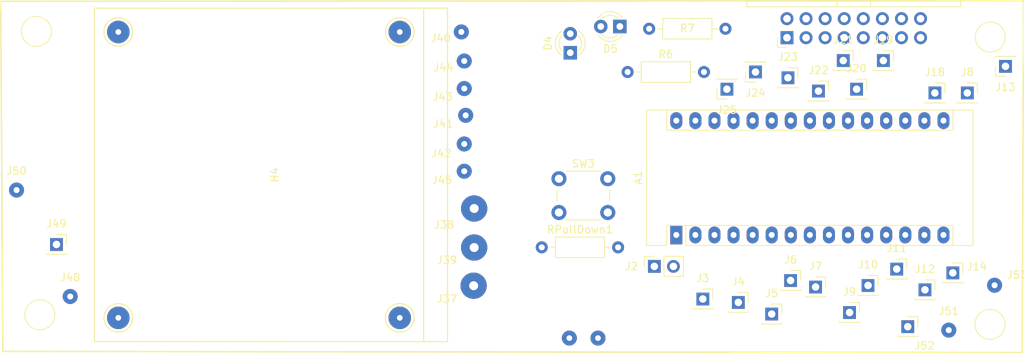
<source format=kicad_pcb>
(kicad_pcb (version 20171130) (host pcbnew 5.1.2-f72e74a~84~ubuntu18.04.1)

  (general
    (thickness 1.6)
    (drawings 8)
    (tracks 0)
    (zones 0)
    (modules 68)
    (nets 53)
  )

  (page A4)
  (layers
    (0 F.Cu signal hide)
    (31 B.Cu signal)
    (32 B.Adhes user)
    (33 F.Adhes user)
    (34 B.Paste user)
    (35 F.Paste user)
    (36 B.SilkS user)
    (37 F.SilkS user)
    (38 B.Mask user)
    (39 F.Mask user)
    (40 Dwgs.User user)
    (41 Cmts.User user)
    (42 Eco1.User user)
    (43 Eco2.User user)
    (44 Edge.Cuts user)
    (45 Margin user)
    (46 B.CrtYd user)
    (47 F.CrtYd user)
    (48 B.Fab user)
    (49 F.Fab user)
  )

  (setup
    (last_trace_width 0.25)
    (trace_clearance 0.2)
    (zone_clearance 0.508)
    (zone_45_only no)
    (trace_min 0.2)
    (via_size 0.8)
    (via_drill 0.4)
    (via_min_size 0.4)
    (via_min_drill 0.3)
    (uvia_size 0.3)
    (uvia_drill 0.1)
    (uvias_allowed no)
    (uvia_min_size 0.2)
    (uvia_min_drill 0.1)
    (edge_width 0.05)
    (segment_width 0.2)
    (pcb_text_width 0.3)
    (pcb_text_size 1.5 1.5)
    (mod_edge_width 0.12)
    (mod_text_size 1 1)
    (mod_text_width 0.15)
    (pad_size 1.524 1.524)
    (pad_drill 0.762)
    (pad_to_mask_clearance 0.051)
    (solder_mask_min_width 0.25)
    (aux_axis_origin 0 0)
    (visible_elements 7FFFFFFF)
    (pcbplotparams
      (layerselection 0x010fc_ffffffff)
      (usegerberextensions false)
      (usegerberattributes false)
      (usegerberadvancedattributes false)
      (creategerberjobfile false)
      (excludeedgelayer true)
      (linewidth 0.100000)
      (plotframeref false)
      (viasonmask false)
      (mode 1)
      (useauxorigin false)
      (hpglpennumber 1)
      (hpglpenspeed 20)
      (hpglpendiameter 15.000000)
      (psnegative false)
      (psa4output false)
      (plotreference true)
      (plotvalue true)
      (plotinvisibletext false)
      (padsonsilk false)
      (subtractmaskfromsilk false)
      (outputformat 1)
      (mirror false)
      (drillshape 1)
      (scaleselection 1)
      (outputdirectory ""))
  )

  (net 0 "")
  (net 1 Rx)
  (net 2 "Net-(A1-Pad17)")
  (net 3 Tx)
  (net 4 "Net-(A1-Pad18)")
  (net 5 ResetArduino)
  (net 6 Sensor1)
  (net 7 GND)
  (net 8 Sensor2)
  (net 9 Encoder1)
  (net 10 Sensor3)
  (net 11 Encoder2)
  (net 12 Sensor4)
  (net 13 Motor1Dir1)
  (net 14 Sensor5)
  (net 15 Motor1Dir2)
  (net 16 Sensor6)
  (net 17 ArduinD6)
  (net 18 Sensor7)
  (net 19 Motor2PWM)
  (net 20 LedAzul)
  (net 21 Motor1PWM)
  (net 22 5VArduino)
  (net 23 Motor2Dir1)
  (net 24 "Net-(A1-Pad28)")
  (net 25 Motor2Dir2)
  (net 26 SensorEsq)
  (net 27 8.4V)
  (net 28 SensorDir)
  (net 29 Botao1)
  (net 30 "Net-(D1-Pad1)")
  (net 31 "Net-(D1-Pad2)")
  (net 32 "Net-(D2-Pad2)")
  (net 33 "Net-(D3-Pad1)")
  (net 34 "Net-(D3-Pad2)")
  (net 35 "Net-(D4-Pad1)")
  (net 36 "Net-(D5-Pad1)")
  (net 37 "Net-(F1-Pad1)")
  (net 38 PonteHPCBMotor1)
  (net 39 PCBMotor1_fused)
  (net 40 PCBMotor2_fused)
  (net 41 PonteHPCBMotor2)
  (net 42 "Net-(J1-Pad1)")
  (net 43 ArduinoD6)
  (net 44 "Net-(J26-Pad4)")
  (net 45 "Net-(J26-Pad6)")
  (net 46 "Net-(J26-Pad8)")
  (net 47 "Net-(J26-Pad10)")
  (net 48 "Net-(J26-Pad14)")
  (net 49 5VPonteH)
  (net 50 "Net-(Q1-Pad1)")
  (net 51 "Net-(Q1-Pad2)")
  (net 52 5V)

  (net_class Default "This is the default net class."
    (clearance 0.2)
    (trace_width 0.25)
    (via_dia 0.8)
    (via_drill 0.4)
    (uvia_dia 0.3)
    (uvia_drill 0.1)
    (add_net 5V)
    (add_net 5VArduino)
    (add_net 5VPonteH)
    (add_net 8.4V)
    (add_net ArduinD6)
    (add_net ArduinoD6)
    (add_net Botao1)
    (add_net Encoder1)
    (add_net Encoder2)
    (add_net GND)
    (add_net LedAzul)
    (add_net Motor1Dir1)
    (add_net Motor1Dir2)
    (add_net Motor1PWM)
    (add_net Motor2Dir1)
    (add_net Motor2Dir2)
    (add_net Motor2PWM)
    (add_net "Net-(A1-Pad17)")
    (add_net "Net-(A1-Pad18)")
    (add_net "Net-(A1-Pad28)")
    (add_net "Net-(D1-Pad1)")
    (add_net "Net-(D1-Pad2)")
    (add_net "Net-(D2-Pad2)")
    (add_net "Net-(D3-Pad1)")
    (add_net "Net-(D3-Pad2)")
    (add_net "Net-(D4-Pad1)")
    (add_net "Net-(D5-Pad1)")
    (add_net "Net-(F1-Pad1)")
    (add_net "Net-(J1-Pad1)")
    (add_net "Net-(J26-Pad10)")
    (add_net "Net-(J26-Pad14)")
    (add_net "Net-(J26-Pad4)")
    (add_net "Net-(J26-Pad6)")
    (add_net "Net-(J26-Pad8)")
    (add_net "Net-(Q1-Pad1)")
    (add_net "Net-(Q1-Pad2)")
    (add_net PCBMotor1_fused)
    (add_net PCBMotor2_fused)
    (add_net PonteHPCBMotor1)
    (add_net PonteHPCBMotor2)
    (add_net ResetArduino)
    (add_net Rx)
    (add_net Sensor1)
    (add_net Sensor2)
    (add_net Sensor3)
    (add_net Sensor4)
    (add_net Sensor5)
    (add_net Sensor6)
    (add_net Sensor7)
    (add_net SensorDir)
    (add_net SensorEsq)
    (add_net Tx)
  )

  (module Diode_THT:D_DO-35_SOD27_P10.16mm_Horizontal (layer F.Cu) (tedit 5AE50CD5) (tstamp 5D2F836F)
    (at 106.9086 98.1456 180)
    (descr "Diode, DO-35_SOD27 series, Axial, Horizontal, pin pitch=10.16mm, , length*diameter=4*2mm^2, , http://www.diodes.com/_files/packages/DO-35.pdf")
    (tags "Diode DO-35_SOD27 series Axial Horizontal pin pitch 10.16mm  length 4mm diameter 2mm")
    (path /5D316091)
    (fp_text reference D2 (at 5.3594 0) (layer F.SilkS)
      (effects (font (size 1 1) (thickness 0.15)))
    )
    (fp_text value DiodoZener6.8V (at 4.7752 -2.4638) (layer F.Fab)
      (effects (font (size 1 1) (thickness 0.15)))
    )
    (fp_line (start 3.08 -1) (end 3.08 1) (layer F.Fab) (width 0.1))
    (fp_line (start 3.08 1) (end 7.08 1) (layer F.Fab) (width 0.1))
    (fp_line (start 7.08 1) (end 7.08 -1) (layer F.Fab) (width 0.1))
    (fp_line (start 7.08 -1) (end 3.08 -1) (layer F.Fab) (width 0.1))
    (fp_line (start 0 0) (end 3.08 0) (layer F.Fab) (width 0.1))
    (fp_line (start 10.16 0) (end 7.08 0) (layer F.Fab) (width 0.1))
    (fp_line (start 3.68 -1) (end 3.68 1) (layer F.Fab) (width 0.1))
    (fp_line (start 3.78 -1) (end 3.78 1) (layer F.Fab) (width 0.1))
    (fp_line (start 3.58 -1) (end 3.58 1) (layer F.Fab) (width 0.1))
    (fp_line (start 2.96 -1.12) (end 2.96 1.12) (layer F.SilkS) (width 0.12))
    (fp_line (start 2.96 1.12) (end 7.2 1.12) (layer F.SilkS) (width 0.12))
    (fp_line (start 7.2 1.12) (end 7.2 -1.12) (layer F.SilkS) (width 0.12))
    (fp_line (start 7.2 -1.12) (end 2.96 -1.12) (layer F.SilkS) (width 0.12))
    (fp_line (start 1.04 0) (end 2.96 0) (layer F.SilkS) (width 0.12))
    (fp_line (start 9.12 0) (end 7.2 0) (layer F.SilkS) (width 0.12))
    (fp_line (start 3.68 -1.12) (end 3.68 1.12) (layer F.SilkS) (width 0.12))
    (fp_line (start 3.8 -1.12) (end 3.8 1.12) (layer F.SilkS) (width 0.12))
    (fp_line (start 3.56 -1.12) (end 3.56 1.12) (layer F.SilkS) (width 0.12))
    (fp_line (start -1.05 -1.25) (end -1.05 1.25) (layer F.CrtYd) (width 0.05))
    (fp_line (start -1.05 1.25) (end 11.21 1.25) (layer F.CrtYd) (width 0.05))
    (fp_line (start 11.21 1.25) (end 11.21 -1.25) (layer F.CrtYd) (width 0.05))
    (fp_line (start 11.21 -1.25) (end -1.05 -1.25) (layer F.CrtYd) (width 0.05))
    (fp_text user %R (at 5.38 0) (layer F.Fab)
      (effects (font (size 0.8 0.8) (thickness 0.12)))
    )
    (fp_text user K (at 0 -1.8) (layer F.Fab)
      (effects (font (size 1 1) (thickness 0.15)))
    )
    (fp_text user K (at 0 -1.8) (layer F.SilkS)
      (effects (font (size 1 1) (thickness 0.15)))
    )
    (pad 1 thru_hole rect (at 0 0 180) (size 1.6 1.6) (drill 0.8) (layers *.Cu *.Mask)
      (net 27 8.4V))
    (pad 2 thru_hole oval (at 10.16 0 180) (size 1.6 1.6) (drill 0.8) (layers *.Cu *.Mask)
      (net 32 "Net-(D2-Pad2)"))
    (model ${KISYS3DMOD}/Diode_THT.3dshapes/D_DO-35_SOD27_P10.16mm_Horizontal.wrl
      (at (xyz 0 0 0))
      (scale (xyz 1 1 1))
      (rotate (xyz 0 0 0))
    )
  )

  (module Resistor_THT:R_Axial_DIN0207_L6.3mm_D2.5mm_P10.16mm_Horizontal (layer F.Cu) (tedit 5AE5139B) (tstamp 5D376A00)
    (at 79.5528 95.0214 180)
    (descr "Resistor, Axial_DIN0207 series, Axial, Horizontal, pin pitch=10.16mm, 0.25W = 1/4W, length*diameter=6.3*2.5mm^2, http://cdn-reichelt.de/documents/datenblatt/B400/1_4W%23YAG.pdf")
    (tags "Resistor Axial_DIN0207 series Axial Horizontal pin pitch 10.16mm 0.25W = 1/4W length 6.3mm diameter 2.5mm")
    (path /5D316455)
    (fp_text reference R2 (at 4.7498 0.0762) (layer F.SilkS)
      (effects (font (size 1 1) (thickness 0.15)))
    )
    (fp_text value R6K6MedidorDeBateria (at 5.2324 -2.3622) (layer F.Fab)
      (effects (font (size 1 1) (thickness 0.15)))
    )
    (fp_text user %R (at 5.08 0) (layer F.Fab)
      (effects (font (size 1 1) (thickness 0.15)))
    )
    (fp_line (start 11.21 -1.5) (end -1.05 -1.5) (layer F.CrtYd) (width 0.05))
    (fp_line (start 11.21 1.5) (end 11.21 -1.5) (layer F.CrtYd) (width 0.05))
    (fp_line (start -1.05 1.5) (end 11.21 1.5) (layer F.CrtYd) (width 0.05))
    (fp_line (start -1.05 -1.5) (end -1.05 1.5) (layer F.CrtYd) (width 0.05))
    (fp_line (start 9.12 0) (end 8.35 0) (layer F.SilkS) (width 0.12))
    (fp_line (start 1.04 0) (end 1.81 0) (layer F.SilkS) (width 0.12))
    (fp_line (start 8.35 -1.37) (end 1.81 -1.37) (layer F.SilkS) (width 0.12))
    (fp_line (start 8.35 1.37) (end 8.35 -1.37) (layer F.SilkS) (width 0.12))
    (fp_line (start 1.81 1.37) (end 8.35 1.37) (layer F.SilkS) (width 0.12))
    (fp_line (start 1.81 -1.37) (end 1.81 1.37) (layer F.SilkS) (width 0.12))
    (fp_line (start 10.16 0) (end 8.23 0) (layer F.Fab) (width 0.1))
    (fp_line (start 0 0) (end 1.93 0) (layer F.Fab) (width 0.1))
    (fp_line (start 8.23 -1.25) (end 1.93 -1.25) (layer F.Fab) (width 0.1))
    (fp_line (start 8.23 1.25) (end 8.23 -1.25) (layer F.Fab) (width 0.1))
    (fp_line (start 1.93 1.25) (end 8.23 1.25) (layer F.Fab) (width 0.1))
    (fp_line (start 1.93 -1.25) (end 1.93 1.25) (layer F.Fab) (width 0.1))
    (pad 2 thru_hole oval (at 10.16 0 180) (size 1.6 1.6) (drill 0.8) (layers *.Cu *.Mask)
      (net 7 GND))
    (pad 1 thru_hole circle (at 0 0 180) (size 1.6 1.6) (drill 0.8) (layers *.Cu *.Mask)
      (net 32 "Net-(D2-Pad2)"))
    (model ${KISYS3DMOD}/Resistor_THT.3dshapes/R_Axial_DIN0207_L6.3mm_D2.5mm_P10.16mm_Horizontal.wrl
      (at (xyz 0 0 0))
      (scale (xyz 1 1 1))
      (rotate (xyz 0 0 0))
    )
  )

  (module LED_THT:LED_D3.0mm (layer F.Cu) (tedit 587A3A7B) (tstamp 5D2FAF74)
    (at 102.9208 93.8022)
    (descr "LED, diameter 3.0mm, 2 pins")
    (tags "LED diameter 3.0mm 2 pins")
    (path /5D31810C)
    (fp_text reference D3 (at 1.27 -2.96) (layer F.SilkS)
      (effects (font (size 1 1) (thickness 0.15)))
    )
    (fp_text value LedBateriaVermelho (at 1.27 2.96) (layer F.Fab)
      (effects (font (size 1 1) (thickness 0.15)))
    )
    (fp_arc (start 1.27 0) (end -0.23 -1.16619) (angle 284.3) (layer F.Fab) (width 0.1))
    (fp_arc (start 1.27 0) (end -0.29 -1.235516) (angle 108.8) (layer F.SilkS) (width 0.12))
    (fp_arc (start 1.27 0) (end -0.29 1.235516) (angle -108.8) (layer F.SilkS) (width 0.12))
    (fp_arc (start 1.27 0) (end 0.229039 -1.08) (angle 87.9) (layer F.SilkS) (width 0.12))
    (fp_arc (start 1.27 0) (end 0.229039 1.08) (angle -87.9) (layer F.SilkS) (width 0.12))
    (fp_circle (center 1.27 0) (end 2.77 0) (layer F.Fab) (width 0.1))
    (fp_line (start -0.23 -1.16619) (end -0.23 1.16619) (layer F.Fab) (width 0.1))
    (fp_line (start -0.29 -1.236) (end -0.29 -1.08) (layer F.SilkS) (width 0.12))
    (fp_line (start -0.29 1.08) (end -0.29 1.236) (layer F.SilkS) (width 0.12))
    (fp_line (start -1.15 -2.25) (end -1.15 2.25) (layer F.CrtYd) (width 0.05))
    (fp_line (start -1.15 2.25) (end 3.7 2.25) (layer F.CrtYd) (width 0.05))
    (fp_line (start 3.7 2.25) (end 3.7 -2.25) (layer F.CrtYd) (width 0.05))
    (fp_line (start 3.7 -2.25) (end -1.15 -2.25) (layer F.CrtYd) (width 0.05))
    (pad 1 thru_hole rect (at 0 0) (size 1.8 1.8) (drill 0.9) (layers *.Cu *.Mask)
      (net 33 "Net-(D3-Pad1)"))
    (pad 2 thru_hole circle (at 2.54 0) (size 1.8 1.8) (drill 0.9) (layers *.Cu *.Mask)
      (net 34 "Net-(D3-Pad2)"))
    (model ${KISYS3DMOD}/LED_THT.3dshapes/LED_D3.0mm.wrl
      (at (xyz 0 0 0))
      (scale (xyz 1 1 1))
      (rotate (xyz 0 0 0))
    )
  )

  (module Resistor_THT:R_Axial_DIN0207_L6.3mm_D2.5mm_P10.16mm_Horizontal (layer F.Cu) (tedit 5AE5139B) (tstamp 5D2FA117)
    (at 104.3686 85.3948 180)
    (descr "Resistor, Axial_DIN0207 series, Axial, Horizontal, pin pitch=10.16mm, 0.25W = 1/4W, length*diameter=6.3*2.5mm^2, http://cdn-reichelt.de/documents/datenblatt/B400/1_4W%23YAG.pdf")
    (tags "Resistor Axial_DIN0207 series Axial Horizontal pin pitch 10.16mm 0.25W = 1/4W length 6.3mm diameter 2.5mm")
    (path /5D316CF8)
    (fp_text reference R4 (at 5.08 -2.37) (layer F.SilkS)
      (effects (font (size 1 1) (thickness 0.15)))
    )
    (fp_text value R10KMedidorDeBateria (at 5.08 2.37) (layer F.Fab)
      (effects (font (size 1 1) (thickness 0.15)))
    )
    (fp_line (start 1.93 -1.25) (end 1.93 1.25) (layer F.Fab) (width 0.1))
    (fp_line (start 1.93 1.25) (end 8.23 1.25) (layer F.Fab) (width 0.1))
    (fp_line (start 8.23 1.25) (end 8.23 -1.25) (layer F.Fab) (width 0.1))
    (fp_line (start 8.23 -1.25) (end 1.93 -1.25) (layer F.Fab) (width 0.1))
    (fp_line (start 0 0) (end 1.93 0) (layer F.Fab) (width 0.1))
    (fp_line (start 10.16 0) (end 8.23 0) (layer F.Fab) (width 0.1))
    (fp_line (start 1.81 -1.37) (end 1.81 1.37) (layer F.SilkS) (width 0.12))
    (fp_line (start 1.81 1.37) (end 8.35 1.37) (layer F.SilkS) (width 0.12))
    (fp_line (start 8.35 1.37) (end 8.35 -1.37) (layer F.SilkS) (width 0.12))
    (fp_line (start 8.35 -1.37) (end 1.81 -1.37) (layer F.SilkS) (width 0.12))
    (fp_line (start 1.04 0) (end 1.81 0) (layer F.SilkS) (width 0.12))
    (fp_line (start 9.12 0) (end 8.35 0) (layer F.SilkS) (width 0.12))
    (fp_line (start -1.05 -1.5) (end -1.05 1.5) (layer F.CrtYd) (width 0.05))
    (fp_line (start -1.05 1.5) (end 11.21 1.5) (layer F.CrtYd) (width 0.05))
    (fp_line (start 11.21 1.5) (end 11.21 -1.5) (layer F.CrtYd) (width 0.05))
    (fp_line (start 11.21 -1.5) (end -1.05 -1.5) (layer F.CrtYd) (width 0.05))
    (fp_text user %R (at 5.08 0) (layer F.Fab)
      (effects (font (size 1 1) (thickness 0.15)))
    )
    (pad 1 thru_hole circle (at 0 0 180) (size 1.6 1.6) (drill 0.8) (layers *.Cu *.Mask)
      (net 27 8.4V))
    (pad 2 thru_hole oval (at 10.16 0 180) (size 1.6 1.6) (drill 0.8) (layers *.Cu *.Mask)
      (net 50 "Net-(Q1-Pad1)"))
    (model ${KISYS3DMOD}/Resistor_THT.3dshapes/R_Axial_DIN0207_L6.3mm_D2.5mm_P10.16mm_Horizontal.wrl
      (at (xyz 0 0 0))
      (scale (xyz 1 1 1))
      (rotate (xyz 0 0 0))
    )
  )

  (module Package_TO_SOT_THT:TO-92_Wide (layer F.Cu) (tedit 5A2795B7) (tstamp 5D2FAD29)
    (at 97.3582 94.2594 90)
    (descr "TO-92 leads molded, wide, drill 0.75mm (see NXP sot054_po.pdf)")
    (tags "to-92 sc-43 sc-43a sot54 PA33 transistor")
    (path /5D3176BA)
    (fp_text reference Q2 (at 2.55 -4.19 90) (layer F.SilkS)
      (effects (font (size 1 1) (thickness 0.15)))
    )
    (fp_text value BC548 (at 2.54 2.79 90) (layer F.Fab)
      (effects (font (size 1 1) (thickness 0.15)))
    )
    (fp_text user %R (at 2.54 0 90) (layer F.Fab)
      (effects (font (size 1 1) (thickness 0.15)))
    )
    (fp_line (start 0.74 1.85) (end 4.34 1.85) (layer F.SilkS) (width 0.12))
    (fp_line (start 0.8 1.75) (end 4.3 1.75) (layer F.Fab) (width 0.1))
    (fp_line (start -1.01 -3.55) (end 6.09 -3.55) (layer F.CrtYd) (width 0.05))
    (fp_line (start -1.01 -3.55) (end -1.01 2.01) (layer F.CrtYd) (width 0.05))
    (fp_line (start 6.09 2.01) (end 6.09 -3.55) (layer F.CrtYd) (width 0.05))
    (fp_line (start 6.09 2.01) (end -1.01 2.01) (layer F.CrtYd) (width 0.05))
    (fp_arc (start 2.54 0) (end 0.74 1.85) (angle 20) (layer F.SilkS) (width 0.12))
    (fp_arc (start 2.54 0) (end 1.4 -2.35) (angle -39.12170074) (layer F.SilkS) (width 0.12))
    (fp_arc (start 2.54 0) (end 3.65 -2.35) (angle 39.71668247) (layer F.SilkS) (width 0.12))
    (fp_arc (start 2.54 0) (end 2.54 -2.48) (angle 135) (layer F.Fab) (width 0.1))
    (fp_arc (start 2.54 0) (end 2.54 -2.48) (angle -135) (layer F.Fab) (width 0.1))
    (fp_arc (start 2.54 0) (end 4.34 1.85) (angle -20) (layer F.SilkS) (width 0.12))
    (pad 2 thru_hole circle (at 2.54 -2.54 180) (size 1.5 1.5) (drill 0.8) (layers *.Cu *.Mask)
      (net 50 "Net-(Q1-Pad1)"))
    (pad 3 thru_hole circle (at 5.08 0 180) (size 1.5 1.5) (drill 0.8) (layers *.Cu *.Mask)
      (net 7 GND))
    (pad 1 thru_hole rect (at 0 0 180) (size 1.5 1.5) (drill 0.8) (layers *.Cu *.Mask)
      (net 33 "Net-(D3-Pad1)"))
    (model ${KISYS3DMOD}/Package_TO_SOT_THT.3dshapes/TO-92_Wide.wrl
      (at (xyz 0 0 0))
      (scale (xyz 1 1 1))
      (rotate (xyz 0 0 0))
    )
  )

  (module Connector_PinSocket_2.54mm:PinSocket_1x01_P2.54mm_Vertical (layer F.Cu) (tedit 5A19A434) (tstamp 5D36438A)
    (at 110.03 208.64)
    (descr "Through hole straight socket strip, 1x01, 2.54mm pitch, single row (from Kicad 4.0.7), script generated")
    (tags "Through hole socket strip THT 1x01 2.54mm single row")
    (path /5D2129B1)
    (fp_text reference J15 (at 0 -2.77) (layer F.SilkS)
      (effects (font (size 1 1) (thickness 0.15)))
    )
    (fp_text value Conn_01x01_Arduino16 (at 0 2.77) (layer F.Fab)
      (effects (font (size 1 1) (thickness 0.15)))
    )
    (fp_line (start -1.27 -1.27) (end 0.635 -1.27) (layer F.Fab) (width 0.1))
    (fp_line (start 0.635 -1.27) (end 1.27 -0.635) (layer F.Fab) (width 0.1))
    (fp_line (start 1.27 -0.635) (end 1.27 1.27) (layer F.Fab) (width 0.1))
    (fp_line (start 1.27 1.27) (end -1.27 1.27) (layer F.Fab) (width 0.1))
    (fp_line (start -1.27 1.27) (end -1.27 -1.27) (layer F.Fab) (width 0.1))
    (fp_line (start -1.33 1.33) (end 1.33 1.33) (layer F.SilkS) (width 0.12))
    (fp_line (start -1.33 1.21) (end -1.33 1.33) (layer F.SilkS) (width 0.12))
    (fp_line (start 1.33 1.21) (end 1.33 1.33) (layer F.SilkS) (width 0.12))
    (fp_line (start 1.33 -1.33) (end 1.33 0) (layer F.SilkS) (width 0.12))
    (fp_line (start 0 -1.33) (end 1.33 -1.33) (layer F.SilkS) (width 0.12))
    (fp_line (start -1.8 -1.8) (end 1.75 -1.8) (layer F.CrtYd) (width 0.05))
    (fp_line (start 1.75 -1.8) (end 1.75 1.75) (layer F.CrtYd) (width 0.05))
    (fp_line (start 1.75 1.75) (end -1.8 1.75) (layer F.CrtYd) (width 0.05))
    (fp_line (start -1.8 1.75) (end -1.8 -1.8) (layer F.CrtYd) (width 0.05))
    (fp_text user %R (at 0 0) (layer F.Fab)
      (effects (font (size 1 1) (thickness 0.15)))
    )
    (pad 1 thru_hole rect (at 0 0) (size 1.7 1.7) (drill 1) (layers *.Cu *.Mask)
      (net 43 ArduinoD6))
    (model ${KISYS3DMOD}/Connector_PinSocket_2.54mm.3dshapes/PinSocket_1x01_P2.54mm_Vertical.wrl
      (at (xyz 0 0 0))
      (scale (xyz 1 1 1))
      (rotate (xyz 0 0 0))
    )
  )

  (module Sensores_e_componentes_SL:Arduino_Nano (layer F.Cu) (tedit 5D152127) (tstamp 5D2F8331)
    (at 118.364 154.686 90)
    (descr "Arduino Nano, http://www.mouser.com/pdfdocs/Gravitech_Arduino_Nano3_0.pdf")
    (tags "Arduino Nano")
    (path /5C812F31)
    (fp_text reference A1 (at 7.62 -5.08 90) (layer F.SilkS)
      (effects (font (size 1 1) (thickness 0.15)))
    )
    (fp_text value Arduino_Nano_v3.x (at 8.89 19.05 180) (layer F.Fab)
      (effects (font (size 1 1) (thickness 0.15)))
    )
    (fp_text user %R (at 6.35 19.05 180) (layer F.Fab)
      (effects (font (size 1 1) (thickness 0.15)))
    )
    (fp_line (start 1.27 1.27) (end 1.27 -1.27) (layer F.SilkS) (width 0.12))
    (fp_line (start 1.27 -1.27) (end -1.4 -1.27) (layer F.SilkS) (width 0.12))
    (fp_line (start -1.4 1.27) (end -1.4 39.5) (layer F.SilkS) (width 0.12))
    (fp_line (start -1.4 -3.94) (end -1.4 -1.27) (layer F.SilkS) (width 0.12))
    (fp_line (start 13.97 -1.27) (end 16.64 -1.27) (layer F.SilkS) (width 0.12))
    (fp_line (start 13.97 -1.27) (end 13.97 36.83) (layer F.SilkS) (width 0.12))
    (fp_line (start 13.97 36.83) (end 16.64 36.83) (layer F.SilkS) (width 0.12))
    (fp_line (start 1.27 1.27) (end -1.4 1.27) (layer F.SilkS) (width 0.12))
    (fp_line (start 1.27 1.27) (end 1.27 36.83) (layer F.SilkS) (width 0.12))
    (fp_line (start 1.27 36.83) (end -1.4 36.83) (layer F.SilkS) (width 0.12))
    (fp_line (start 3.81 31.75) (end 11.43 31.75) (layer F.Fab) (width 0.1))
    (fp_line (start 11.43 31.75) (end 11.43 41.91) (layer F.Fab) (width 0.1))
    (fp_line (start 11.43 41.91) (end 3.81 41.91) (layer F.Fab) (width 0.1))
    (fp_line (start 3.81 41.91) (end 3.81 31.75) (layer F.Fab) (width 0.1))
    (fp_line (start -1.4 39.5) (end 16.64 39.5) (layer F.SilkS) (width 0.12))
    (fp_line (start 16.64 39.5) (end 16.64 -3.94) (layer F.SilkS) (width 0.12))
    (fp_line (start 16.64 -3.94) (end -1.4 -3.94) (layer F.SilkS) (width 0.12))
    (fp_line (start 16.51 39.37) (end -1.27 39.37) (layer F.Fab) (width 0.1))
    (fp_line (start -1.27 39.37) (end -1.27 -2.54) (layer F.Fab) (width 0.1))
    (fp_line (start -1.27 -2.54) (end 0 -3.81) (layer F.Fab) (width 0.1))
    (fp_line (start 0 -3.81) (end 16.51 -3.81) (layer F.Fab) (width 0.1))
    (fp_line (start 16.51 -3.81) (end 16.51 39.37) (layer F.Fab) (width 0.1))
    (fp_line (start -1.53 -4.06) (end 16.75 -4.06) (layer F.CrtYd) (width 0.05))
    (fp_line (start -1.53 -4.06) (end -1.53 42.16) (layer F.CrtYd) (width 0.05))
    (fp_line (start 16.75 42.16) (end 16.75 -4.06) (layer F.CrtYd) (width 0.05))
    (fp_line (start 16.75 42.16) (end -1.53 42.16) (layer F.CrtYd) (width 0.05))
    (pad 1 thru_hole rect (at 0 0 90) (size 2.5 1.6) (drill 0.8) (layers *.Cu *.Mask)
      (net 1 Rx))
    (pad 17 thru_hole oval (at 15.24 33.02 90) (size 2.25 1.6) (drill 0.8) (layers *.Cu *.Mask)
      (net 2 "Net-(A1-Pad17)"))
    (pad 2 thru_hole oval (at 0 2.54 90) (size 2.25 1.6) (drill 0.8) (layers *.Cu *.Mask)
      (net 3 Tx))
    (pad 18 thru_hole oval (at 15.24 30.48 90) (size 2.25 1.6) (drill 0.8) (layers *.Cu *.Mask)
      (net 4 "Net-(A1-Pad18)"))
    (pad 3 thru_hole oval (at 0 5.08 90) (size 2.25 1.6) (drill 0.8) (layers *.Cu *.Mask)
      (net 5 ResetArduino))
    (pad 19 thru_hole oval (at 15.24 27.94 90) (size 2.25 1.6) (drill 0.8) (layers *.Cu *.Mask)
      (net 6 Sensor1))
    (pad 4 thru_hole oval (at 0 7.62 90) (size 2.25 1.6) (drill 0.8) (layers *.Cu *.Mask)
      (net 7 GND))
    (pad 20 thru_hole oval (at 15.24 25.4 90) (size 2.25 1.6) (drill 0.8) (layers *.Cu *.Mask)
      (net 8 Sensor2))
    (pad 5 thru_hole oval (at 0 10.16 90) (size 2.25 1.6) (drill 0.8) (layers *.Cu *.Mask)
      (net 9 Encoder1))
    (pad 21 thru_hole oval (at 15.24 22.86 90) (size 2.25 1.6) (drill 0.8) (layers *.Cu *.Mask)
      (net 10 Sensor3))
    (pad 6 thru_hole oval (at 0 12.7 90) (size 2.25 1.6) (drill 0.8) (layers *.Cu *.Mask)
      (net 11 Encoder2))
    (pad 22 thru_hole oval (at 15.24 20.32 90) (size 2.25 1.6) (drill 0.8) (layers *.Cu *.Mask)
      (net 12 Sensor4))
    (pad 7 thru_hole oval (at 0 15.24 90) (size 2.25 1.6) (drill 0.8) (layers *.Cu *.Mask)
      (net 13 Motor1Dir1))
    (pad 23 thru_hole oval (at 15.24 17.78 90) (size 2.25 1.6) (drill 0.8) (layers *.Cu *.Mask)
      (net 14 Sensor5))
    (pad 8 thru_hole oval (at 0 17.78 90) (size 2.25 1.6) (drill 0.8) (layers *.Cu *.Mask)
      (net 15 Motor1Dir2))
    (pad 24 thru_hole oval (at 15.24 15.24 90) (size 2.25 1.6) (drill 0.8) (layers *.Cu *.Mask)
      (net 16 Sensor6))
    (pad 9 thru_hole oval (at 0 20.32 90) (size 2.25 1.6) (drill 0.8) (layers *.Cu *.Mask)
      (net 17 ArduinD6))
    (pad 25 thru_hole oval (at 15.24 12.7 90) (size 2.25 1.6) (drill 0.8) (layers *.Cu *.Mask)
      (net 18 Sensor7))
    (pad 10 thru_hole oval (at 0 22.86 90) (size 2.25 1.6) (drill 0.8) (layers *.Cu *.Mask)
      (net 19 Motor2PWM))
    (pad 26 thru_hole oval (at 15.24 10.16 90) (size 2.25 1.6) (drill 0.8) (layers *.Cu *.Mask)
      (net 20 LedAzul))
    (pad 11 thru_hole oval (at 0 25.4 90) (size 2.25 1.6) (drill 0.8) (layers *.Cu *.Mask)
      (net 21 Motor1PWM))
    (pad 27 thru_hole oval (at 15.24 7.62 90) (size 2.25 1.6) (drill 0.8) (layers *.Cu *.Mask)
      (net 22 5VArduino))
    (pad 12 thru_hole oval (at 0 27.94 90) (size 2.25 1.6) (drill 0.8) (layers *.Cu *.Mask)
      (net 23 Motor2Dir1))
    (pad 28 thru_hole oval (at 15.24 5.08 90) (size 2.25 1.6) (drill 0.8) (layers *.Cu *.Mask)
      (net 24 "Net-(A1-Pad28)"))
    (pad 13 thru_hole oval (at 0 30.48 90) (size 2.25 1.6) (drill 0.8) (layers *.Cu *.Mask)
      (net 25 Motor2Dir2))
    (pad 29 thru_hole oval (at 15.24 2.54 90) (size 2.25 1.6) (drill 0.8) (layers *.Cu *.Mask)
      (net 7 GND))
    (pad 14 thru_hole oval (at 0 33.02 90) (size 2.25 1.6) (drill 0.8) (layers *.Cu *.Mask)
      (net 26 SensorEsq))
    (pad 30 thru_hole oval (at 15.24 0 90) (size 2.25 1.6) (drill 0.8) (layers *.Cu *.Mask)
      (net 27 8.4V))
    (pad 15 thru_hole oval (at 0 35.56 90) (size 2.25 1.6) (drill 0.8) (layers *.Cu *.Mask)
      (net 28 SensorDir))
    (pad 16 thru_hole oval (at 15.24 35.56 90) (size 2.25 1.6) (drill 0.8) (layers *.Cu *.Mask)
      (net 29 Botao1))
    (model ${KISYS3DMOD}/Module.3dshapes/Arduino_Nano_WithMountingHoles.wrl
      (at (xyz 0 0 0))
      (scale (xyz 1 1 1))
      (rotate (xyz 0 0 0))
    )
    (model ${KIPRJMOD}/libraries/Sensores_e_componentes_SL.pretty/Arduino_Nano.step
      (offset (xyz 7.7 -18.15 3.5))
      (scale (xyz 1 1 1))
      (rotate (xyz 0 0 90))
    )
  )

  (module Diode_THT:D_DO-27_P15.24mm_Horizontal (layer F.Cu) (tedit 5AE50CD5) (tstamp 5D2F8350)
    (at 131.826 99.1362 90)
    (descr "Diode, DO-27 series, Axial, Horizontal, pin pitch=15.24mm, , length*diameter=9.52*5.33mm^2, , http://www.slottechforum.com/slotinfo/Techstuff/CD2%20Diodes%20and%20Transistors/Cases/Diode%20DO-27.jpg")
    (tags "Diode DO-27 series Axial Horizontal pin pitch 15.24mm  length 9.52mm diameter 5.33mm")
    (path /5D153AA9)
    (fp_text reference D1 (at 8.3566 0 90) (layer F.SilkS)
      (effects (font (size 1 1) (thickness 0.15)))
    )
    (fp_text value DiodoProtecao-5A (at 7.9756 -3.9624 90) (layer F.Fab)
      (effects (font (size 1 1) (thickness 0.15)))
    )
    (fp_line (start 2.86 -2.665) (end 2.86 2.665) (layer F.Fab) (width 0.1))
    (fp_line (start 2.86 2.665) (end 12.38 2.665) (layer F.Fab) (width 0.1))
    (fp_line (start 12.38 2.665) (end 12.38 -2.665) (layer F.Fab) (width 0.1))
    (fp_line (start 12.38 -2.665) (end 2.86 -2.665) (layer F.Fab) (width 0.1))
    (fp_line (start 0 0) (end 2.86 0) (layer F.Fab) (width 0.1))
    (fp_line (start 15.24 0) (end 12.38 0) (layer F.Fab) (width 0.1))
    (fp_line (start 4.288 -2.665) (end 4.288 2.665) (layer F.Fab) (width 0.1))
    (fp_line (start 4.388 -2.665) (end 4.388 2.665) (layer F.Fab) (width 0.1))
    (fp_line (start 4.188 -2.665) (end 4.188 2.665) (layer F.Fab) (width 0.1))
    (fp_line (start 2.74 -2.785) (end 2.74 2.785) (layer F.SilkS) (width 0.12))
    (fp_line (start 2.74 2.785) (end 12.5 2.785) (layer F.SilkS) (width 0.12))
    (fp_line (start 12.5 2.785) (end 12.5 -2.785) (layer F.SilkS) (width 0.12))
    (fp_line (start 12.5 -2.785) (end 2.74 -2.785) (layer F.SilkS) (width 0.12))
    (fp_line (start 1.44 0) (end 2.74 0) (layer F.SilkS) (width 0.12))
    (fp_line (start 13.8 0) (end 12.5 0) (layer F.SilkS) (width 0.12))
    (fp_line (start 4.288 -2.785) (end 4.288 2.785) (layer F.SilkS) (width 0.12))
    (fp_line (start 4.408 -2.785) (end 4.408 2.785) (layer F.SilkS) (width 0.12))
    (fp_line (start 4.168 -2.785) (end 4.168 2.785) (layer F.SilkS) (width 0.12))
    (fp_line (start -1.45 -2.92) (end -1.45 2.92) (layer F.CrtYd) (width 0.05))
    (fp_line (start -1.45 2.92) (end 16.69 2.92) (layer F.CrtYd) (width 0.05))
    (fp_line (start 16.69 2.92) (end 16.69 -2.92) (layer F.CrtYd) (width 0.05))
    (fp_line (start 16.69 -2.92) (end -1.45 -2.92) (layer F.CrtYd) (width 0.05))
    (fp_text user %R (at 8.334 0 90) (layer F.Fab)
      (effects (font (size 1 1) (thickness 0.15)))
    )
    (fp_text user K (at 0 -2.2 90) (layer F.Fab)
      (effects (font (size 1 1) (thickness 0.15)))
    )
    (fp_text user K (at 0 -2.2 90) (layer F.SilkS)
      (effects (font (size 1 1) (thickness 0.15)))
    )
    (pad 1 thru_hole rect (at 0 0 90) (size 2.4 2.4) (drill 1.2) (layers *.Cu *.Mask)
      (net 30 "Net-(D1-Pad1)"))
    (pad 2 thru_hole oval (at 15.24 0 90) (size 2.4 2.4) (drill 1.2) (layers *.Cu *.Mask)
      (net 31 "Net-(D1-Pad2)"))
    (model ${KISYS3DMOD}/Diode_THT.3dshapes/D_DO-27_P15.24mm_Horizontal.wrl
      (at (xyz 0 0 0))
      (scale (xyz 1 1 1))
      (rotate (xyz 0 0 0))
    )
  )

  (module LED_THT:LED_D3.0mm (layer F.Cu) (tedit 587A3A7B) (tstamp 5D2FAA16)
    (at 104.251 130.403 90)
    (descr "LED, diameter 3.0mm, 2 pins")
    (tags "LED diameter 3.0mm 2 pins")
    (path /5C81702D)
    (fp_text reference D4 (at 1.27 -2.96 90) (layer F.SilkS)
      (effects (font (size 1 1) (thickness 0.15)))
    )
    (fp_text value LedAzul (at 4.292 -2.016 180) (layer F.Fab)
      (effects (font (size 1 1) (thickness 0.15)))
    )
    (fp_arc (start 1.27 0) (end -0.23 -1.16619) (angle 284.3) (layer F.Fab) (width 0.1))
    (fp_arc (start 1.27 0) (end -0.29 -1.235516) (angle 108.8) (layer F.SilkS) (width 0.12))
    (fp_arc (start 1.27 0) (end -0.29 1.235516) (angle -108.8) (layer F.SilkS) (width 0.12))
    (fp_arc (start 1.27 0) (end 0.229039 -1.08) (angle 87.9) (layer F.SilkS) (width 0.12))
    (fp_arc (start 1.27 0) (end 0.229039 1.08) (angle -87.9) (layer F.SilkS) (width 0.12))
    (fp_circle (center 1.27 0) (end 2.77 0) (layer F.Fab) (width 0.1))
    (fp_line (start -0.23 -1.16619) (end -0.23 1.16619) (layer F.Fab) (width 0.1))
    (fp_line (start -0.29 -1.236) (end -0.29 -1.08) (layer F.SilkS) (width 0.12))
    (fp_line (start -0.29 1.08) (end -0.29 1.236) (layer F.SilkS) (width 0.12))
    (fp_line (start -1.15 -2.25) (end -1.15 2.25) (layer F.CrtYd) (width 0.05))
    (fp_line (start -1.15 2.25) (end 3.7 2.25) (layer F.CrtYd) (width 0.05))
    (fp_line (start 3.7 2.25) (end 3.7 -2.25) (layer F.CrtYd) (width 0.05))
    (fp_line (start 3.7 -2.25) (end -1.15 -2.25) (layer F.CrtYd) (width 0.05))
    (pad 1 thru_hole rect (at 0 0 90) (size 1.8 1.8) (drill 0.9) (layers *.Cu *.Mask)
      (net 35 "Net-(D4-Pad1)"))
    (pad 2 thru_hole circle (at 2.54 0 90) (size 1.8 1.8) (drill 0.9) (layers *.Cu *.Mask)
      (net 7 GND))
    (model ${KISYS3DMOD}/LED_THT.3dshapes/LED_D3.0mm.wrl
      (at (xyz 0 0 0))
      (scale (xyz 1 1 1))
      (rotate (xyz 0 0 0))
    )
  )

  (module LED_THT:LED_D3.0mm (layer F.Cu) (tedit 587A3A7B) (tstamp 5D2FA9E0)
    (at 110.851 126.903 180)
    (descr "LED, diameter 3.0mm, 2 pins")
    (tags "LED diameter 3.0mm 2 pins")
    (path /5D1DC66B)
    (fp_text reference D5 (at 1.27 -2.96) (layer F.SilkS)
      (effects (font (size 1 1) (thickness 0.15)))
    )
    (fp_text value LedVerde (at 1.27 2.96) (layer F.Fab)
      (effects (font (size 1 1) (thickness 0.15)))
    )
    (fp_line (start 3.7 -2.25) (end -1.15 -2.25) (layer F.CrtYd) (width 0.05))
    (fp_line (start 3.7 2.25) (end 3.7 -2.25) (layer F.CrtYd) (width 0.05))
    (fp_line (start -1.15 2.25) (end 3.7 2.25) (layer F.CrtYd) (width 0.05))
    (fp_line (start -1.15 -2.25) (end -1.15 2.25) (layer F.CrtYd) (width 0.05))
    (fp_line (start -0.29 1.08) (end -0.29 1.236) (layer F.SilkS) (width 0.12))
    (fp_line (start -0.29 -1.236) (end -0.29 -1.08) (layer F.SilkS) (width 0.12))
    (fp_line (start -0.23 -1.16619) (end -0.23 1.16619) (layer F.Fab) (width 0.1))
    (fp_circle (center 1.27 0) (end 2.77 0) (layer F.Fab) (width 0.1))
    (fp_arc (start 1.27 0) (end 0.229039 1.08) (angle -87.9) (layer F.SilkS) (width 0.12))
    (fp_arc (start 1.27 0) (end 0.229039 -1.08) (angle 87.9) (layer F.SilkS) (width 0.12))
    (fp_arc (start 1.27 0) (end -0.29 1.235516) (angle -108.8) (layer F.SilkS) (width 0.12))
    (fp_arc (start 1.27 0) (end -0.29 -1.235516) (angle 108.8) (layer F.SilkS) (width 0.12))
    (fp_arc (start 1.27 0) (end -0.23 -1.16619) (angle 284.3) (layer F.Fab) (width 0.1))
    (pad 2 thru_hole circle (at 2.54 0 180) (size 1.8 1.8) (drill 0.9) (layers *.Cu *.Mask)
      (net 7 GND))
    (pad 1 thru_hole rect (at 0 0 180) (size 1.8 1.8) (drill 0.9) (layers *.Cu *.Mask)
      (net 36 "Net-(D5-Pad1)"))
    (model ${KISYS3DMOD}/LED_THT.3dshapes/LED_D3.0mm.wrl
      (at (xyz 0 0 0))
      (scale (xyz 1 1 1))
      (rotate (xyz 0 0 0))
    )
  )

  (module Fuse:Fuseholder_Cylinder-5x20mm_Stelvio-Kontek_PTF78_Horizontal_Open (layer F.Cu) (tedit 5B7EAE13) (tstamp 5D2FA97E)
    (at 146.2278 105.029 90)
    (descr https://www.tme.eu/en/Document/3b48dbe2b9714a62652c97b08fcd464b/PTF78.pdf)
    (tags "Fuseholder horizontal open 5x20 Stelvio-Kontek PTF/78")
    (path /5D154189)
    (fp_text reference F1 (at 11.25 3.9624 90) (layer F.SilkS)
      (effects (font (size 1 1) (thickness 0.15)))
    )
    (fp_text value Fuse-5A (at 13 6 90) (layer F.Fab)
      (effects (font (size 1 1) (thickness 0.15)))
    )
    (fp_text user %R (at 11.25 4 90) (layer F.Fab)
      (effects (font (size 1 1) (thickness 0.15)))
    )
    (fp_line (start 0.1 -4.7) (end 0.1 4.7) (layer F.Fab) (width 0.1))
    (fp_line (start 0.1 4.7) (end 22.5 4.7) (layer F.Fab) (width 0.1))
    (fp_line (start 22.5 4.7) (end 22.5 -4.7) (layer F.Fab) (width 0.1))
    (fp_line (start 22.5 -4.7) (end 0.1 -4.7) (layer F.Fab) (width 0.1))
    (fp_line (start -0.15 4.95) (end -0.15 1.85) (layer F.CrtYd) (width 0.05))
    (fp_line (start 22.6 4.8) (end 22.6 2) (layer F.SilkS) (width 0.12))
    (fp_line (start 22.6 -2) (end 22.6 -4.8) (layer F.SilkS) (width 0.12))
    (fp_line (start 0 -2) (end 0 -4.8) (layer F.SilkS) (width 0.12))
    (fp_line (start 0 -4.8) (end 22.6 -4.8) (layer F.SilkS) (width 0.12))
    (fp_line (start 22.75 4.95) (end -0.15 4.95) (layer F.CrtYd) (width 0.05))
    (fp_line (start -0.15 -4.95) (end 22.75 -4.95) (layer F.CrtYd) (width 0.05))
    (fp_line (start 0 4.8) (end 22.6 4.8) (layer F.SilkS) (width 0.12))
    (fp_line (start -0.15 -1.85) (end -0.15 -4.95) (layer F.CrtYd) (width 0.05))
    (fp_line (start 22.75 -1.85) (end 22.75 -4.95) (layer F.CrtYd) (width 0.05))
    (fp_line (start 22.75 1.85) (end 22.75 4.95) (layer F.CrtYd) (width 0.05))
    (fp_line (start 0 4.8) (end 0 2) (layer F.SilkS) (width 0.12))
    (fp_line (start 22.75 -1.85) (end 23 -1.85) (layer F.CrtYd) (width 0.05))
    (fp_line (start 24.45 0.45) (end 24.45 -0.45) (layer F.CrtYd) (width 0.05))
    (fp_line (start 24.45 -0.45) (end 24.05 -1.25) (layer F.CrtYd) (width 0.05))
    (fp_line (start 24.05 -1.25) (end 23.35 -1.75) (layer F.CrtYd) (width 0.05))
    (fp_line (start 23.35 -1.75) (end 23 -1.85) (layer F.CrtYd) (width 0.05))
    (fp_line (start 22.75 1.85) (end 23 1.85) (layer F.CrtYd) (width 0.05))
    (fp_line (start 23 1.85) (end 23.35 1.75) (layer F.CrtYd) (width 0.05))
    (fp_line (start 23.35 1.75) (end 24.05 1.25) (layer F.CrtYd) (width 0.05))
    (fp_line (start 24.05 1.25) (end 24.45 0.45) (layer F.CrtYd) (width 0.05))
    (fp_line (start -0.15 -1.85) (end -0.4 -1.85) (layer F.CrtYd) (width 0.05))
    (fp_line (start -0.4 -1.85) (end -0.75 -1.75) (layer F.CrtYd) (width 0.05))
    (fp_line (start -0.75 -1.75) (end -1.45 -1.25) (layer F.CrtYd) (width 0.05))
    (fp_line (start -1.85 -0.45) (end -1.85 0.45) (layer F.CrtYd) (width 0.05))
    (fp_line (start -1.45 1.25) (end -0.75 1.75) (layer F.CrtYd) (width 0.05))
    (fp_line (start -0.75 1.75) (end -0.4 1.85) (layer F.CrtYd) (width 0.05))
    (fp_line (start -0.4 1.85) (end -0.15 1.85) (layer F.CrtYd) (width 0.05))
    (fp_line (start -1.45 1.25) (end -1.85 0.45) (layer F.CrtYd) (width 0.05))
    (fp_line (start -1.85 -0.45) (end -1.45 -1.25) (layer F.CrtYd) (width 0.05))
    (pad 1 thru_hole circle (at 0 0 90) (size 3 3) (drill 1.5) (layers *.Cu *.Mask)
      (net 37 "Net-(F1-Pad1)"))
    (pad 2 thru_hole circle (at 22.6 0 90) (size 3 3) (drill 1.5) (layers *.Cu *.Mask)
      (net 31 "Net-(D1-Pad2)"))
    (model ${KISYS3DMOD}/Fuse.3dshapes/Fuseholder_Cylinder-5x20mm_Stelvio-Kontek_PTF78_Horizontal_Open.wrl
      (at (xyz 0 0 0))
      (scale (xyz 1 1 1))
      (rotate (xyz 0 0 0))
    )
  )

  (module Fuse:Fuseholder_Cylinder-5x20mm_Stelvio-Kontek_PTF78_Horizontal_Open (layer F.Cu) (tedit 5B7EAE13) (tstamp 5D2FA906)
    (at 258.7752 56.642 180)
    (descr https://www.tme.eu/en/Document/3b48dbe2b9714a62652c97b08fcd464b/PTF78.pdf)
    (tags "Fuseholder horizontal open 5x20 Stelvio-Kontek PTF/78")
    (path /5D2FBDD6)
    (fp_text reference F2 (at 11.25 -6) (layer F.SilkS)
      (effects (font (size 1 1) (thickness 0.15)))
    )
    (fp_text value Fuse-3A (at 13 6) (layer F.Fab)
      (effects (font (size 1 1) (thickness 0.15)))
    )
    (fp_text user %R (at 11.25 4) (layer F.Fab)
      (effects (font (size 1 1) (thickness 0.15)))
    )
    (fp_line (start 0.1 -4.7) (end 0.1 4.7) (layer F.Fab) (width 0.1))
    (fp_line (start 0.1 4.7) (end 22.5 4.7) (layer F.Fab) (width 0.1))
    (fp_line (start 22.5 4.7) (end 22.5 -4.7) (layer F.Fab) (width 0.1))
    (fp_line (start 22.5 -4.7) (end 0.1 -4.7) (layer F.Fab) (width 0.1))
    (fp_line (start -0.15 4.95) (end -0.15 1.85) (layer F.CrtYd) (width 0.05))
    (fp_line (start 22.6 4.8) (end 22.6 2) (layer F.SilkS) (width 0.12))
    (fp_line (start 22.6 -2) (end 22.6 -4.8) (layer F.SilkS) (width 0.12))
    (fp_line (start 0 -2) (end 0 -4.8) (layer F.SilkS) (width 0.12))
    (fp_line (start 0 -4.8) (end 22.6 -4.8) (layer F.SilkS) (width 0.12))
    (fp_line (start 22.75 4.95) (end -0.15 4.95) (layer F.CrtYd) (width 0.05))
    (fp_line (start -0.15 -4.95) (end 22.75 -4.95) (layer F.CrtYd) (width 0.05))
    (fp_line (start 0 4.8) (end 22.6 4.8) (layer F.SilkS) (width 0.12))
    (fp_line (start -0.15 -1.85) (end -0.15 -4.95) (layer F.CrtYd) (width 0.05))
    (fp_line (start 22.75 -1.85) (end 22.75 -4.95) (layer F.CrtYd) (width 0.05))
    (fp_line (start 22.75 1.85) (end 22.75 4.95) (layer F.CrtYd) (width 0.05))
    (fp_line (start 0 4.8) (end 0 2) (layer F.SilkS) (width 0.12))
    (fp_line (start 22.75 -1.85) (end 23 -1.85) (layer F.CrtYd) (width 0.05))
    (fp_line (start 24.45 0.45) (end 24.45 -0.45) (layer F.CrtYd) (width 0.05))
    (fp_line (start 24.45 -0.45) (end 24.05 -1.25) (layer F.CrtYd) (width 0.05))
    (fp_line (start 24.05 -1.25) (end 23.35 -1.75) (layer F.CrtYd) (width 0.05))
    (fp_line (start 23.35 -1.75) (end 23 -1.85) (layer F.CrtYd) (width 0.05))
    (fp_line (start 22.75 1.85) (end 23 1.85) (layer F.CrtYd) (width 0.05))
    (fp_line (start 23 1.85) (end 23.35 1.75) (layer F.CrtYd) (width 0.05))
    (fp_line (start 23.35 1.75) (end 24.05 1.25) (layer F.CrtYd) (width 0.05))
    (fp_line (start 24.05 1.25) (end 24.45 0.45) (layer F.CrtYd) (width 0.05))
    (fp_line (start -0.15 -1.85) (end -0.4 -1.85) (layer F.CrtYd) (width 0.05))
    (fp_line (start -0.4 -1.85) (end -0.75 -1.75) (layer F.CrtYd) (width 0.05))
    (fp_line (start -0.75 -1.75) (end -1.45 -1.25) (layer F.CrtYd) (width 0.05))
    (fp_line (start -1.85 -0.45) (end -1.85 0.45) (layer F.CrtYd) (width 0.05))
    (fp_line (start -1.45 1.25) (end -0.75 1.75) (layer F.CrtYd) (width 0.05))
    (fp_line (start -0.75 1.75) (end -0.4 1.85) (layer F.CrtYd) (width 0.05))
    (fp_line (start -0.4 1.85) (end -0.15 1.85) (layer F.CrtYd) (width 0.05))
    (fp_line (start -1.45 1.25) (end -1.85 0.45) (layer F.CrtYd) (width 0.05))
    (fp_line (start -1.85 -0.45) (end -1.45 -1.25) (layer F.CrtYd) (width 0.05))
    (pad 1 thru_hole circle (at 0 0 180) (size 3 3) (drill 1.5) (layers *.Cu *.Mask)
      (net 38 PonteHPCBMotor1))
    (pad 2 thru_hole circle (at 22.6 0 180) (size 3 3) (drill 1.5) (layers *.Cu *.Mask)
      (net 39 PCBMotor1_fused))
    (model ${KISYS3DMOD}/Fuse.3dshapes/Fuseholder_Cylinder-5x20mm_Stelvio-Kontek_PTF78_Horizontal_Open.wrl
      (at (xyz 0 0 0))
      (scale (xyz 1 1 1))
      (rotate (xyz 0 0 0))
    )
  )

  (module Fuse:Fuseholder_Cylinder-5x20mm_Stelvio-Kontek_PTF78_Horizontal_Open (layer F.Cu) (tedit 5B7EAE13) (tstamp 5D2F8423)
    (at 230.442 30.67)
    (descr https://www.tme.eu/en/Document/3b48dbe2b9714a62652c97b08fcd464b/PTF78.pdf)
    (tags "Fuseholder horizontal open 5x20 Stelvio-Kontek PTF/78")
    (path /5D2FC357)
    (fp_text reference F3 (at 11.25 -6) (layer F.SilkS)
      (effects (font (size 1 1) (thickness 0.15)))
    )
    (fp_text value Fuse-3A (at 13 6) (layer F.Fab)
      (effects (font (size 1 1) (thickness 0.15)))
    )
    (fp_line (start -1.85 -0.45) (end -1.45 -1.25) (layer F.CrtYd) (width 0.05))
    (fp_line (start -1.45 1.25) (end -1.85 0.45) (layer F.CrtYd) (width 0.05))
    (fp_line (start -0.4 1.85) (end -0.15 1.85) (layer F.CrtYd) (width 0.05))
    (fp_line (start -0.75 1.75) (end -0.4 1.85) (layer F.CrtYd) (width 0.05))
    (fp_line (start -1.45 1.25) (end -0.75 1.75) (layer F.CrtYd) (width 0.05))
    (fp_line (start -1.85 -0.45) (end -1.85 0.45) (layer F.CrtYd) (width 0.05))
    (fp_line (start -0.75 -1.75) (end -1.45 -1.25) (layer F.CrtYd) (width 0.05))
    (fp_line (start -0.4 -1.85) (end -0.75 -1.75) (layer F.CrtYd) (width 0.05))
    (fp_line (start -0.15 -1.85) (end -0.4 -1.85) (layer F.CrtYd) (width 0.05))
    (fp_line (start 24.05 1.25) (end 24.45 0.45) (layer F.CrtYd) (width 0.05))
    (fp_line (start 23.35 1.75) (end 24.05 1.25) (layer F.CrtYd) (width 0.05))
    (fp_line (start 23 1.85) (end 23.35 1.75) (layer F.CrtYd) (width 0.05))
    (fp_line (start 22.75 1.85) (end 23 1.85) (layer F.CrtYd) (width 0.05))
    (fp_line (start 23.35 -1.75) (end 23 -1.85) (layer F.CrtYd) (width 0.05))
    (fp_line (start 24.05 -1.25) (end 23.35 -1.75) (layer F.CrtYd) (width 0.05))
    (fp_line (start 24.45 -0.45) (end 24.05 -1.25) (layer F.CrtYd) (width 0.05))
    (fp_line (start 24.45 0.45) (end 24.45 -0.45) (layer F.CrtYd) (width 0.05))
    (fp_line (start 22.75 -1.85) (end 23 -1.85) (layer F.CrtYd) (width 0.05))
    (fp_line (start 0 4.8) (end 0 2) (layer F.SilkS) (width 0.12))
    (fp_line (start 22.75 1.85) (end 22.75 4.95) (layer F.CrtYd) (width 0.05))
    (fp_line (start 22.75 -1.85) (end 22.75 -4.95) (layer F.CrtYd) (width 0.05))
    (fp_line (start -0.15 -1.85) (end -0.15 -4.95) (layer F.CrtYd) (width 0.05))
    (fp_line (start 0 4.8) (end 22.6 4.8) (layer F.SilkS) (width 0.12))
    (fp_line (start -0.15 -4.95) (end 22.75 -4.95) (layer F.CrtYd) (width 0.05))
    (fp_line (start 22.75 4.95) (end -0.15 4.95) (layer F.CrtYd) (width 0.05))
    (fp_line (start 0 -4.8) (end 22.6 -4.8) (layer F.SilkS) (width 0.12))
    (fp_line (start 0 -2) (end 0 -4.8) (layer F.SilkS) (width 0.12))
    (fp_line (start 22.6 -2) (end 22.6 -4.8) (layer F.SilkS) (width 0.12))
    (fp_line (start 22.6 4.8) (end 22.6 2) (layer F.SilkS) (width 0.12))
    (fp_line (start -0.15 4.95) (end -0.15 1.85) (layer F.CrtYd) (width 0.05))
    (fp_line (start 22.5 -4.7) (end 0.1 -4.7) (layer F.Fab) (width 0.1))
    (fp_line (start 22.5 4.7) (end 22.5 -4.7) (layer F.Fab) (width 0.1))
    (fp_line (start 0.1 4.7) (end 22.5 4.7) (layer F.Fab) (width 0.1))
    (fp_line (start 0.1 -4.7) (end 0.1 4.7) (layer F.Fab) (width 0.1))
    (fp_text user %R (at 11.25 4) (layer F.Fab)
      (effects (font (size 1 1) (thickness 0.15)))
    )
    (pad 2 thru_hole circle (at 22.6 0) (size 3 3) (drill 1.5) (layers *.Cu *.Mask)
      (net 40 PCBMotor2_fused))
    (pad 1 thru_hole circle (at 0 0) (size 3 3) (drill 1.5) (layers *.Cu *.Mask)
      (net 41 PonteHPCBMotor2))
    (model ${KISYS3DMOD}/Fuse.3dshapes/Fuseholder_Cylinder-5x20mm_Stelvio-Kontek_PTF78_Horizontal_Open.wrl
      (at (xyz 0 0 0))
      (scale (xyz 1 1 1))
      (rotate (xyz 0 0 0))
    )
  )

  (module Connector_Wire:SolderWirePad_1x01_Drill1.5mm (layer F.Cu) (tedit 5AEE5EB3) (tstamp 5D2FA8CC)
    (at 135.9662 104.0892)
    (descr "Wire solder connection")
    (tags connector)
    (path /5D0BE091)
    (attr virtual)
    (fp_text reference H1 (at 0 -3.81) (layer F.SilkS)
      (effects (font (size 1 1) (thickness 0.15)))
    )
    (fp_text value "V8.4 - Lipo" (at 0 3.81) (layer F.Fab)
      (effects (font (size 1 1) (thickness 0.15)))
    )
    (fp_text user %R (at 0 0) (layer F.Fab)
      (effects (font (size 1 1) (thickness 0.15)))
    )
    (fp_line (start -2.5 -2.5) (end 2.5 -2.5) (layer F.CrtYd) (width 0.05))
    (fp_line (start -2.5 -2.5) (end -2.5 2.5) (layer F.CrtYd) (width 0.05))
    (fp_line (start 2.5 2.5) (end 2.5 -2.5) (layer F.CrtYd) (width 0.05))
    (fp_line (start 2.5 2.5) (end -2.5 2.5) (layer F.CrtYd) (width 0.05))
    (pad 1 thru_hole circle (at 0 0) (size 4.0005 4.0005) (drill 1.50114) (layers *.Cu *.Mask)
      (net 37 "Net-(F1-Pad1)"))
  )

  (module Connector_Wire:SolderWirePad_1x01_Drill1.5mm (layer F.Cu) (tedit 5AEE5EB3) (tstamp 5D2FA8B1)
    (at 69.9008 88.8492)
    (descr "Wire solder connection")
    (tags connector)
    (path /5D0BE14B)
    (attr virtual)
    (fp_text reference H2 (at 0 -3.81) (layer F.SilkS)
      (effects (font (size 1 1) (thickness 0.15)))
    )
    (fp_text value "GND - Lipo" (at -6.0706 -3.4036) (layer F.Fab)
      (effects (font (size 1 1) (thickness 0.15)))
    )
    (fp_line (start 2.5 2.5) (end -2.5 2.5) (layer F.CrtYd) (width 0.05))
    (fp_line (start 2.5 2.5) (end 2.5 -2.5) (layer F.CrtYd) (width 0.05))
    (fp_line (start -2.5 -2.5) (end -2.5 2.5) (layer F.CrtYd) (width 0.05))
    (fp_line (start -2.5 -2.5) (end 2.5 -2.5) (layer F.CrtYd) (width 0.05))
    (fp_text user %R (at 0 0) (layer F.Fab)
      (effects (font (size 1 1) (thickness 0.15)))
    )
    (pad 1 thru_hole circle (at 0 0) (size 4.0005 4.0005) (drill 1.50114) (layers *.Cu *.Mask)
      (net 7 GND))
  )

  (module Sensores_e_componentes_SL:Ponte_H_furos (layer F.Cu) (tedit 5D150245) (tstamp 5D364A19)
    (at 64.4144 146.685 90)
    (path /5D1915F0)
    (fp_text reference H4 (at 0 0.5 90) (layer F.SilkS)
      (effects (font (size 1 1) (thickness 0.15)))
    )
    (fp_text value FurosPonteH (at 0 -0.5 90) (layer F.Fab)
      (effects (font (size 1 1) (thickness 0.15)))
    )
    (fp_line (start -22.225 23.495) (end 22.225 23.495) (layer F.SilkS) (width 0.15))
    (fp_line (start 22.225 23.495) (end 22.225 -23.495) (layer F.SilkS) (width 0.15))
    (fp_line (start 22.225 -23.495) (end -22.225 -23.495) (layer F.SilkS) (width 0.15))
    (fp_line (start -22.225 -23.495) (end -22.225 23.495) (layer F.SilkS) (width 0.15))
    (fp_circle (center -19.05 -20.32) (end -19.05 -22.225) (layer F.SilkS) (width 0.15))
    (fp_circle (center 19.05 -20.32) (end 20.955 -20.32) (layer F.SilkS) (width 0.15))
    (fp_line (start -22.225 20.32) (end 22.225 20.32) (layer F.SilkS) (width 0.15))
    (fp_circle (center -19.05 17.145) (end -19.05 19.05) (layer F.SilkS) (width 0.15))
    (fp_circle (center 19.05 17.145) (end 19.05 19.05) (layer F.SilkS) (width 0.15))
    (pad "" np_thru_hole circle (at -19.05 -20.32 90) (size 3 3) (drill 0.762) (layers *.Cu *.Mask))
    (pad "" np_thru_hole circle (at 19.05 -20.32 90) (size 3 3) (drill 0.762) (layers *.Cu *.Mask))
    (pad "" np_thru_hole circle (at 19.05 17.145 90) (size 3 3) (drill 0.762) (layers *.Cu *.Mask))
    (pad "" np_thru_hole circle (at -19.05 17.145 90) (size 3 3) (drill 0.762) (layers *.Cu *.Mask))
    (model ${KIPRJMOD}/libraries/Sensores_e_componentes_SL.pretty/L298D_PonteHV1_0.stp
      (offset (xyz -22 -23 1.5))
      (scale (xyz 1 1 1))
      (rotate (xyz 0 0 0))
    )
  )

  (module Connector_PinSocket_2.54mm:PinSocket_1x01_P2.54mm_Vertical (layer F.Cu) (tedit 5A19A434) (tstamp 5D2FA882)
    (at 138.2522 97.7646)
    (descr "Through hole straight socket strip, 1x01, 2.54mm pitch, single row (from Kicad 4.0.7), script generated")
    (tags "Through hole socket strip THT 1x01 2.54mm single row")
    (path /5D20493D)
    (fp_text reference J1 (at 0 -2.77) (layer F.SilkS)
      (effects (font (size 1 1) (thickness 0.15)))
    )
    (fp_text value PinoCheckBateriaVcc (at 0 2.77) (layer F.Fab)
      (effects (font (size 1 1) (thickness 0.15)))
    )
    (fp_line (start -1.27 -1.27) (end 0.635 -1.27) (layer F.Fab) (width 0.1))
    (fp_line (start 0.635 -1.27) (end 1.27 -0.635) (layer F.Fab) (width 0.1))
    (fp_line (start 1.27 -0.635) (end 1.27 1.27) (layer F.Fab) (width 0.1))
    (fp_line (start 1.27 1.27) (end -1.27 1.27) (layer F.Fab) (width 0.1))
    (fp_line (start -1.27 1.27) (end -1.27 -1.27) (layer F.Fab) (width 0.1))
    (fp_line (start -1.33 1.33) (end 1.33 1.33) (layer F.SilkS) (width 0.12))
    (fp_line (start -1.33 1.21) (end -1.33 1.33) (layer F.SilkS) (width 0.12))
    (fp_line (start 1.33 1.21) (end 1.33 1.33) (layer F.SilkS) (width 0.12))
    (fp_line (start 1.33 -1.33) (end 1.33 0) (layer F.SilkS) (width 0.12))
    (fp_line (start 0 -1.33) (end 1.33 -1.33) (layer F.SilkS) (width 0.12))
    (fp_line (start -1.8 -1.8) (end 1.75 -1.8) (layer F.CrtYd) (width 0.05))
    (fp_line (start 1.75 -1.8) (end 1.75 1.75) (layer F.CrtYd) (width 0.05))
    (fp_line (start 1.75 1.75) (end -1.8 1.75) (layer F.CrtYd) (width 0.05))
    (fp_line (start -1.8 1.75) (end -1.8 -1.8) (layer F.CrtYd) (width 0.05))
    (fp_text user %R (at 0 0) (layer F.Fab)
      (effects (font (size 1 1) (thickness 0.15)))
    )
    (pad 1 thru_hole rect (at 0 0) (size 1.7 1.7) (drill 1) (layers *.Cu *.Mask)
      (net 42 "Net-(J1-Pad1)"))
    (model ${KISYS3DMOD}/Connector_PinSocket_2.54mm.3dshapes/PinSocket_1x01_P2.54mm_Vertical.wrl
      (at (xyz 0 0 0))
      (scale (xyz 1 1 1))
      (rotate (xyz 0 0 0))
    )
  )

  (module Connector_PinSocket_2.54mm:PinSocket_1x02_P2.54mm_Vertical (layer F.Cu) (tedit 5A19A420) (tstamp 5D2FA845)
    (at 115.443 158.877 90)
    (descr "Through hole straight socket strip, 1x02, 2.54mm pitch, single row (from Kicad 4.0.7), script generated")
    (tags "Through hole socket strip THT 1x02 2.54mm single row")
    (path /5D45EE73)
    (fp_text reference J2 (at 0 -3.048 180) (layer F.SilkS)
      (effects (font (size 1 1) (thickness 0.15)))
    )
    (fp_text value Conn_01x02_ArduinoTxRx (at -2.794 -4.826 180) (layer F.Fab)
      (effects (font (size 1 1) (thickness 0.15)))
    )
    (fp_line (start -1.27 -1.27) (end 0.635 -1.27) (layer F.Fab) (width 0.1))
    (fp_line (start 0.635 -1.27) (end 1.27 -0.635) (layer F.Fab) (width 0.1))
    (fp_line (start 1.27 -0.635) (end 1.27 3.81) (layer F.Fab) (width 0.1))
    (fp_line (start 1.27 3.81) (end -1.27 3.81) (layer F.Fab) (width 0.1))
    (fp_line (start -1.27 3.81) (end -1.27 -1.27) (layer F.Fab) (width 0.1))
    (fp_line (start -1.33 1.27) (end 1.33 1.27) (layer F.SilkS) (width 0.12))
    (fp_line (start -1.33 1.27) (end -1.33 3.87) (layer F.SilkS) (width 0.12))
    (fp_line (start -1.33 3.87) (end 1.33 3.87) (layer F.SilkS) (width 0.12))
    (fp_line (start 1.33 1.27) (end 1.33 3.87) (layer F.SilkS) (width 0.12))
    (fp_line (start 1.33 -1.33) (end 1.33 0) (layer F.SilkS) (width 0.12))
    (fp_line (start 0 -1.33) (end 1.33 -1.33) (layer F.SilkS) (width 0.12))
    (fp_line (start -1.8 -1.8) (end 1.75 -1.8) (layer F.CrtYd) (width 0.05))
    (fp_line (start 1.75 -1.8) (end 1.75 4.3) (layer F.CrtYd) (width 0.05))
    (fp_line (start 1.75 4.3) (end -1.8 4.3) (layer F.CrtYd) (width 0.05))
    (fp_line (start -1.8 4.3) (end -1.8 -1.8) (layer F.CrtYd) (width 0.05))
    (fp_text user %R (at 0 1.27 180) (layer F.Fab)
      (effects (font (size 1 1) (thickness 0.15)))
    )
    (pad 1 thru_hole rect (at 0 0 90) (size 1.7 1.7) (drill 1) (layers *.Cu *.Mask)
      (net 1 Rx))
    (pad 2 thru_hole oval (at 0 2.54 90) (size 1.7 1.7) (drill 1) (layers *.Cu *.Mask)
      (net 3 Tx))
    (model ${KISYS3DMOD}/Connector_PinSocket_2.54mm.3dshapes/PinSocket_1x02_P2.54mm_Vertical.wrl
      (at (xyz 0 0 0))
      (scale (xyz 1 1 1))
      (rotate (xyz 0 0 0))
    )
  )

  (module Connector_PinSocket_2.54mm:PinSocket_1x01_P2.54mm_Vertical (layer F.Cu) (tedit 5A19A434) (tstamp 5D2FA80A)
    (at 121.8946 163.2204)
    (descr "Through hole straight socket strip, 1x01, 2.54mm pitch, single row (from Kicad 4.0.7), script generated")
    (tags "Through hole socket strip THT 1x01 2.54mm single row")
    (path /5D46520F)
    (fp_text reference J3 (at 0 -2.77) (layer F.SilkS)
      (effects (font (size 1 1) (thickness 0.15)))
    )
    (fp_text value Conn_01x01_ArduinoReset (at 0 2.77) (layer F.Fab)
      (effects (font (size 1 1) (thickness 0.15)))
    )
    (fp_line (start -1.27 -1.27) (end 0.635 -1.27) (layer F.Fab) (width 0.1))
    (fp_line (start 0.635 -1.27) (end 1.27 -0.635) (layer F.Fab) (width 0.1))
    (fp_line (start 1.27 -0.635) (end 1.27 1.27) (layer F.Fab) (width 0.1))
    (fp_line (start 1.27 1.27) (end -1.27 1.27) (layer F.Fab) (width 0.1))
    (fp_line (start -1.27 1.27) (end -1.27 -1.27) (layer F.Fab) (width 0.1))
    (fp_line (start -1.33 1.33) (end 1.33 1.33) (layer F.SilkS) (width 0.12))
    (fp_line (start -1.33 1.21) (end -1.33 1.33) (layer F.SilkS) (width 0.12))
    (fp_line (start 1.33 1.21) (end 1.33 1.33) (layer F.SilkS) (width 0.12))
    (fp_line (start 1.33 -1.33) (end 1.33 0) (layer F.SilkS) (width 0.12))
    (fp_line (start 0 -1.33) (end 1.33 -1.33) (layer F.SilkS) (width 0.12))
    (fp_line (start -1.8 -1.8) (end 1.75 -1.8) (layer F.CrtYd) (width 0.05))
    (fp_line (start 1.75 -1.8) (end 1.75 1.75) (layer F.CrtYd) (width 0.05))
    (fp_line (start 1.75 1.75) (end -1.8 1.75) (layer F.CrtYd) (width 0.05))
    (fp_line (start -1.8 1.75) (end -1.8 -1.8) (layer F.CrtYd) (width 0.05))
    (fp_text user %R (at 0 0) (layer F.Fab)
      (effects (font (size 1 1) (thickness 0.15)))
    )
    (pad 1 thru_hole rect (at 0 0) (size 1.7 1.7) (drill 1) (layers *.Cu *.Mask)
      (net 5 ResetArduino))
    (model ${KISYS3DMOD}/Connector_PinSocket_2.54mm.3dshapes/PinSocket_1x01_P2.54mm_Vertical.wrl
      (at (xyz 0 0 0))
      (scale (xyz 1 1 1))
      (rotate (xyz 0 0 0))
    )
  )

  (module Connector_PinSocket_2.54mm:PinSocket_1x01_P2.54mm_Vertical (layer F.Cu) (tedit 5A19A434) (tstamp 5D2FA7D1)
    (at 126.619 163.6776)
    (descr "Through hole straight socket strip, 1x01, 2.54mm pitch, single row (from Kicad 4.0.7), script generated")
    (tags "Through hole socket strip THT 1x01 2.54mm single row")
    (path /5D213363)
    (fp_text reference J4 (at 0 -2.77) (layer F.SilkS)
      (effects (font (size 1 1) (thickness 0.15)))
    )
    (fp_text value Conn_01x01_Arduino5 (at -6.858 2.54) (layer F.Fab)
      (effects (font (size 1 1) (thickness 0.15)))
    )
    (fp_text user %R (at -1.143 -0.889) (layer F.Fab)
      (effects (font (size 1 1) (thickness 0.15)))
    )
    (fp_line (start -1.8 1.75) (end -1.8 -1.8) (layer F.CrtYd) (width 0.05))
    (fp_line (start 1.75 1.75) (end -1.8 1.75) (layer F.CrtYd) (width 0.05))
    (fp_line (start 1.75 -1.8) (end 1.75 1.75) (layer F.CrtYd) (width 0.05))
    (fp_line (start -1.8 -1.8) (end 1.75 -1.8) (layer F.CrtYd) (width 0.05))
    (fp_line (start 0 -1.33) (end 1.33 -1.33) (layer F.SilkS) (width 0.12))
    (fp_line (start 1.33 -1.33) (end 1.33 0) (layer F.SilkS) (width 0.12))
    (fp_line (start 1.33 1.21) (end 1.33 1.33) (layer F.SilkS) (width 0.12))
    (fp_line (start -1.33 1.21) (end -1.33 1.33) (layer F.SilkS) (width 0.12))
    (fp_line (start -1.33 1.33) (end 1.33 1.33) (layer F.SilkS) (width 0.12))
    (fp_line (start -1.27 1.27) (end -1.27 -1.27) (layer F.Fab) (width 0.1))
    (fp_line (start 1.27 1.27) (end -1.27 1.27) (layer F.Fab) (width 0.1))
    (fp_line (start 1.27 -0.635) (end 1.27 1.27) (layer F.Fab) (width 0.1))
    (fp_line (start 0.635 -1.27) (end 1.27 -0.635) (layer F.Fab) (width 0.1))
    (fp_line (start -1.27 -1.27) (end 0.635 -1.27) (layer F.Fab) (width 0.1))
    (pad 1 thru_hole rect (at 0 0) (size 1.7 1.7) (drill 1) (layers *.Cu *.Mask)
      (net 9 Encoder1))
    (model ${KISYS3DMOD}/Connector_PinSocket_2.54mm.3dshapes/PinSocket_1x01_P2.54mm_Vertical.wrl
      (at (xyz 0 0 0))
      (scale (xyz 1 1 1))
      (rotate (xyz 0 0 0))
    )
  )

  (module Connector_PinSocket_2.54mm:PinSocket_1x01_P2.54mm_Vertical (layer F.Cu) (tedit 5A19A434) (tstamp 5D2FA798)
    (at 131.064 165.227)
    (descr "Through hole straight socket strip, 1x01, 2.54mm pitch, single row (from Kicad 4.0.7), script generated")
    (tags "Through hole socket strip THT 1x01 2.54mm single row")
    (path /5D2132CF)
    (fp_text reference J5 (at 0 -2.77) (layer F.SilkS)
      (effects (font (size 1 1) (thickness 0.15)))
    )
    (fp_text value Conn_01x01_Arduino6 (at 0 2.77) (layer F.Fab)
      (effects (font (size 1 1) (thickness 0.15)))
    )
    (fp_line (start -1.27 -1.27) (end 0.635 -1.27) (layer F.Fab) (width 0.1))
    (fp_line (start 0.635 -1.27) (end 1.27 -0.635) (layer F.Fab) (width 0.1))
    (fp_line (start 1.27 -0.635) (end 1.27 1.27) (layer F.Fab) (width 0.1))
    (fp_line (start 1.27 1.27) (end -1.27 1.27) (layer F.Fab) (width 0.1))
    (fp_line (start -1.27 1.27) (end -1.27 -1.27) (layer F.Fab) (width 0.1))
    (fp_line (start -1.33 1.33) (end 1.33 1.33) (layer F.SilkS) (width 0.12))
    (fp_line (start -1.33 1.21) (end -1.33 1.33) (layer F.SilkS) (width 0.12))
    (fp_line (start 1.33 1.21) (end 1.33 1.33) (layer F.SilkS) (width 0.12))
    (fp_line (start 1.33 -1.33) (end 1.33 0) (layer F.SilkS) (width 0.12))
    (fp_line (start 0 -1.33) (end 1.33 -1.33) (layer F.SilkS) (width 0.12))
    (fp_line (start -1.8 -1.8) (end 1.75 -1.8) (layer F.CrtYd) (width 0.05))
    (fp_line (start 1.75 -1.8) (end 1.75 1.75) (layer F.CrtYd) (width 0.05))
    (fp_line (start 1.75 1.75) (end -1.8 1.75) (layer F.CrtYd) (width 0.05))
    (fp_line (start -1.8 1.75) (end -1.8 -1.8) (layer F.CrtYd) (width 0.05))
    (fp_text user %R (at 0 0) (layer F.Fab)
      (effects (font (size 1 1) (thickness 0.15)))
    )
    (pad 1 thru_hole rect (at 0 0) (size 1.7 1.7) (drill 1) (layers *.Cu *.Mask)
      (net 11 Encoder2))
    (model ${KISYS3DMOD}/Connector_PinSocket_2.54mm.3dshapes/PinSocket_1x01_P2.54mm_Vertical.wrl
      (at (xyz 0 0 0))
      (scale (xyz 1 1 1))
      (rotate (xyz 0 0 0))
    )
  )

  (module Connector_PinSocket_2.54mm:PinSocket_1x01_P2.54mm_Vertical (layer F.Cu) (tedit 5A19A434) (tstamp 5D2FA75F)
    (at 133.5786 160.7566)
    (descr "Through hole straight socket strip, 1x01, 2.54mm pitch, single row (from Kicad 4.0.7), script generated")
    (tags "Through hole socket strip THT 1x01 2.54mm single row")
    (path /5D21323D)
    (fp_text reference J6 (at 0 -2.77) (layer F.SilkS)
      (effects (font (size 1 1) (thickness 0.15)))
    )
    (fp_text value Conn_01x01_Arduino7 (at -7.493 3.0734) (layer F.Fab)
      (effects (font (size 1 1) (thickness 0.15)))
    )
    (fp_text user %R (at -1.8796 1.6764) (layer F.Fab)
      (effects (font (size 1 1) (thickness 0.15)))
    )
    (fp_line (start -1.8 1.75) (end -1.8 -1.8) (layer F.CrtYd) (width 0.05))
    (fp_line (start 1.75 1.75) (end -1.8 1.75) (layer F.CrtYd) (width 0.05))
    (fp_line (start 1.75 -1.8) (end 1.75 1.75) (layer F.CrtYd) (width 0.05))
    (fp_line (start -1.8 -1.8) (end 1.75 -1.8) (layer F.CrtYd) (width 0.05))
    (fp_line (start 0 -1.33) (end 1.33 -1.33) (layer F.SilkS) (width 0.12))
    (fp_line (start 1.33 -1.33) (end 1.33 0) (layer F.SilkS) (width 0.12))
    (fp_line (start 1.33 1.21) (end 1.33 1.33) (layer F.SilkS) (width 0.12))
    (fp_line (start -1.33 1.21) (end -1.33 1.33) (layer F.SilkS) (width 0.12))
    (fp_line (start -1.33 1.33) (end 1.33 1.33) (layer F.SilkS) (width 0.12))
    (fp_line (start -1.27 1.27) (end -1.27 -1.27) (layer F.Fab) (width 0.1))
    (fp_line (start 1.27 1.27) (end -1.27 1.27) (layer F.Fab) (width 0.1))
    (fp_line (start 1.27 -0.635) (end 1.27 1.27) (layer F.Fab) (width 0.1))
    (fp_line (start 0.635 -1.27) (end 1.27 -0.635) (layer F.Fab) (width 0.1))
    (fp_line (start -1.27 -1.27) (end 0.635 -1.27) (layer F.Fab) (width 0.1))
    (pad 1 thru_hole rect (at 0 0) (size 1.7 1.7) (drill 1) (layers *.Cu *.Mask)
      (net 13 Motor1Dir1))
    (model ${KISYS3DMOD}/Connector_PinSocket_2.54mm.3dshapes/PinSocket_1x01_P2.54mm_Vertical.wrl
      (at (xyz 0 0 0))
      (scale (xyz 1 1 1))
      (rotate (xyz 0 0 0))
    )
  )

  (module Connector_PinSocket_2.54mm:PinSocket_1x01_P2.54mm_Vertical (layer F.Cu) (tedit 5A19A434) (tstamp 5D2FA726)
    (at 136.906 161.6202)
    (descr "Through hole straight socket strip, 1x01, 2.54mm pitch, single row (from Kicad 4.0.7), script generated")
    (tags "Through hole socket strip THT 1x01 2.54mm single row")
    (path /5D2131AD)
    (fp_text reference J7 (at 0 -2.77) (layer F.SilkS)
      (effects (font (size 1 1) (thickness 0.15)))
    )
    (fp_text value Conn_01x01_Arduino8 (at 5.1816 -3.3782) (layer F.Fab)
      (effects (font (size 1 1) (thickness 0.15)))
    )
    (fp_line (start -1.27 -1.27) (end 0.635 -1.27) (layer F.Fab) (width 0.1))
    (fp_line (start 0.635 -1.27) (end 1.27 -0.635) (layer F.Fab) (width 0.1))
    (fp_line (start 1.27 -0.635) (end 1.27 1.27) (layer F.Fab) (width 0.1))
    (fp_line (start 1.27 1.27) (end -1.27 1.27) (layer F.Fab) (width 0.1))
    (fp_line (start -1.27 1.27) (end -1.27 -1.27) (layer F.Fab) (width 0.1))
    (fp_line (start -1.33 1.33) (end 1.33 1.33) (layer F.SilkS) (width 0.12))
    (fp_line (start -1.33 1.21) (end -1.33 1.33) (layer F.SilkS) (width 0.12))
    (fp_line (start 1.33 1.21) (end 1.33 1.33) (layer F.SilkS) (width 0.12))
    (fp_line (start 1.33 -1.33) (end 1.33 0) (layer F.SilkS) (width 0.12))
    (fp_line (start 0 -1.33) (end 1.33 -1.33) (layer F.SilkS) (width 0.12))
    (fp_line (start -1.8 -1.8) (end 1.75 -1.8) (layer F.CrtYd) (width 0.05))
    (fp_line (start 1.75 -1.8) (end 1.75 1.75) (layer F.CrtYd) (width 0.05))
    (fp_line (start 1.75 1.75) (end -1.8 1.75) (layer F.CrtYd) (width 0.05))
    (fp_line (start -1.8 1.75) (end -1.8 -1.8) (layer F.CrtYd) (width 0.05))
    (fp_text user %R (at 0 0) (layer F.Fab)
      (effects (font (size 1 1) (thickness 0.15)))
    )
    (pad 1 thru_hole rect (at 0 0) (size 1.7 1.7) (drill 1) (layers *.Cu *.Mask)
      (net 15 Motor1Dir2))
    (model ${KISYS3DMOD}/Connector_PinSocket_2.54mm.3dshapes/PinSocket_1x01_P2.54mm_Vertical.wrl
      (at (xyz 0 0 0))
      (scale (xyz 1 1 1))
      (rotate (xyz 0 0 0))
    )
  )

  (module Connector_PinSocket_2.54mm:PinSocket_1x01_P2.54mm_Vertical (layer F.Cu) (tedit 5A19A434) (tstamp 5D375A61)
    (at 157.099 135.763)
    (descr "Through hole straight socket strip, 1x01, 2.54mm pitch, single row (from Kicad 4.0.7), script generated")
    (tags "Through hole socket strip THT 1x01 2.54mm single row")
    (path /5D213054)
    (fp_text reference J8 (at 0 -2.77) (layer F.SilkS)
      (effects (font (size 1 1) (thickness 0.15)))
    )
    (fp_text value Conn_01x01_Arduino9 (at 0 2.77) (layer F.Fab)
      (effects (font (size 1 1) (thickness 0.15)))
    )
    (fp_text user %R (at 0 0) (layer F.Fab)
      (effects (font (size 1 1) (thickness 0.15)))
    )
    (fp_line (start -1.8 1.75) (end -1.8 -1.8) (layer F.CrtYd) (width 0.05))
    (fp_line (start 1.75 1.75) (end -1.8 1.75) (layer F.CrtYd) (width 0.05))
    (fp_line (start 1.75 -1.8) (end 1.75 1.75) (layer F.CrtYd) (width 0.05))
    (fp_line (start -1.8 -1.8) (end 1.75 -1.8) (layer F.CrtYd) (width 0.05))
    (fp_line (start 0 -1.33) (end 1.33 -1.33) (layer F.SilkS) (width 0.12))
    (fp_line (start 1.33 -1.33) (end 1.33 0) (layer F.SilkS) (width 0.12))
    (fp_line (start 1.33 1.21) (end 1.33 1.33) (layer F.SilkS) (width 0.12))
    (fp_line (start -1.33 1.21) (end -1.33 1.33) (layer F.SilkS) (width 0.12))
    (fp_line (start -1.33 1.33) (end 1.33 1.33) (layer F.SilkS) (width 0.12))
    (fp_line (start -1.27 1.27) (end -1.27 -1.27) (layer F.Fab) (width 0.1))
    (fp_line (start 1.27 1.27) (end -1.27 1.27) (layer F.Fab) (width 0.1))
    (fp_line (start 1.27 -0.635) (end 1.27 1.27) (layer F.Fab) (width 0.1))
    (fp_line (start 0.635 -1.27) (end 1.27 -0.635) (layer F.Fab) (width 0.1))
    (fp_line (start -1.27 -1.27) (end 0.635 -1.27) (layer F.Fab) (width 0.1))
    (pad 1 thru_hole rect (at 0 0) (size 1.7 1.7) (drill 1) (layers *.Cu *.Mask)
      (net 29 Botao1))
    (model ${KISYS3DMOD}/Connector_PinSocket_2.54mm.3dshapes/PinSocket_1x01_P2.54mm_Vertical.wrl
      (at (xyz 0 0 0))
      (scale (xyz 1 1 1))
      (rotate (xyz 0 0 0))
    )
  )

  (module Connector_PinSocket_2.54mm:PinSocket_1x01_P2.54mm_Vertical (layer F.Cu) (tedit 5A19A434) (tstamp 5D2FA6B4)
    (at 141.4272 165.0238)
    (descr "Through hole straight socket strip, 1x01, 2.54mm pitch, single row (from Kicad 4.0.7), script generated")
    (tags "Through hole socket strip THT 1x01 2.54mm single row")
    (path /5D212FC6)
    (fp_text reference J9 (at 0 -2.77) (layer F.SilkS)
      (effects (font (size 1 1) (thickness 0.15)))
    )
    (fp_text value Conn_01x01_Arduino10 (at -2.6924 3.175) (layer F.Fab)
      (effects (font (size 1 1) (thickness 0.15)))
    )
    (fp_text user %R (at 0 0) (layer F.Fab)
      (effects (font (size 1 1) (thickness 0.15)))
    )
    (fp_line (start -1.8 1.75) (end -1.8 -1.8) (layer F.CrtYd) (width 0.05))
    (fp_line (start 1.75 1.75) (end -1.8 1.75) (layer F.CrtYd) (width 0.05))
    (fp_line (start 1.75 -1.8) (end 1.75 1.75) (layer F.CrtYd) (width 0.05))
    (fp_line (start -1.8 -1.8) (end 1.75 -1.8) (layer F.CrtYd) (width 0.05))
    (fp_line (start 0 -1.33) (end 1.33 -1.33) (layer F.SilkS) (width 0.12))
    (fp_line (start 1.33 -1.33) (end 1.33 0) (layer F.SilkS) (width 0.12))
    (fp_line (start 1.33 1.21) (end 1.33 1.33) (layer F.SilkS) (width 0.12))
    (fp_line (start -1.33 1.21) (end -1.33 1.33) (layer F.SilkS) (width 0.12))
    (fp_line (start -1.33 1.33) (end 1.33 1.33) (layer F.SilkS) (width 0.12))
    (fp_line (start -1.27 1.27) (end -1.27 -1.27) (layer F.Fab) (width 0.1))
    (fp_line (start 1.27 1.27) (end -1.27 1.27) (layer F.Fab) (width 0.1))
    (fp_line (start 1.27 -0.635) (end 1.27 1.27) (layer F.Fab) (width 0.1))
    (fp_line (start 0.635 -1.27) (end 1.27 -0.635) (layer F.Fab) (width 0.1))
    (fp_line (start -1.27 -1.27) (end 0.635 -1.27) (layer F.Fab) (width 0.1))
    (pad 1 thru_hole rect (at 0 0) (size 1.7 1.7) (drill 1) (layers *.Cu *.Mask)
      (net 19 Motor2PWM))
    (model ${KISYS3DMOD}/Connector_PinSocket_2.54mm.3dshapes/PinSocket_1x01_P2.54mm_Vertical.wrl
      (at (xyz 0 0 0))
      (scale (xyz 1 1 1))
      (rotate (xyz 0 0 0))
    )
  )

  (module Connector_PinSocket_2.54mm:PinSocket_1x01_P2.54mm_Vertical (layer F.Cu) (tedit 5A19A434) (tstamp 5D2FA67B)
    (at 143.891 161.417)
    (descr "Through hole straight socket strip, 1x01, 2.54mm pitch, single row (from Kicad 4.0.7), script generated")
    (tags "Through hole socket strip THT 1x01 2.54mm single row")
    (path /5D212F3C)
    (fp_text reference J10 (at 0 -2.77) (layer F.SilkS)
      (effects (font (size 1 1) (thickness 0.15)))
    )
    (fp_text value Conn_01x01_Arduino11 (at 0 2.77) (layer F.Fab)
      (effects (font (size 1 1) (thickness 0.15)))
    )
    (fp_line (start -1.27 -1.27) (end 0.635 -1.27) (layer F.Fab) (width 0.1))
    (fp_line (start 0.635 -1.27) (end 1.27 -0.635) (layer F.Fab) (width 0.1))
    (fp_line (start 1.27 -0.635) (end 1.27 1.27) (layer F.Fab) (width 0.1))
    (fp_line (start 1.27 1.27) (end -1.27 1.27) (layer F.Fab) (width 0.1))
    (fp_line (start -1.27 1.27) (end -1.27 -1.27) (layer F.Fab) (width 0.1))
    (fp_line (start -1.33 1.33) (end 1.33 1.33) (layer F.SilkS) (width 0.12))
    (fp_line (start -1.33 1.21) (end -1.33 1.33) (layer F.SilkS) (width 0.12))
    (fp_line (start 1.33 1.21) (end 1.33 1.33) (layer F.SilkS) (width 0.12))
    (fp_line (start 1.33 -1.33) (end 1.33 0) (layer F.SilkS) (width 0.12))
    (fp_line (start 0 -1.33) (end 1.33 -1.33) (layer F.SilkS) (width 0.12))
    (fp_line (start -1.8 -1.8) (end 1.75 -1.8) (layer F.CrtYd) (width 0.05))
    (fp_line (start 1.75 -1.8) (end 1.75 1.75) (layer F.CrtYd) (width 0.05))
    (fp_line (start 1.75 1.75) (end -1.8 1.75) (layer F.CrtYd) (width 0.05))
    (fp_line (start -1.8 1.75) (end -1.8 -1.8) (layer F.CrtYd) (width 0.05))
    (fp_text user %R (at 0 0) (layer F.Fab)
      (effects (font (size 1 1) (thickness 0.15)))
    )
    (pad 1 thru_hole rect (at 0 0) (size 1.7 1.7) (drill 1) (layers *.Cu *.Mask)
      (net 21 Motor1PWM))
    (model ${KISYS3DMOD}/Connector_PinSocket_2.54mm.3dshapes/PinSocket_1x01_P2.54mm_Vertical.wrl
      (at (xyz 0 0 0))
      (scale (xyz 1 1 1))
      (rotate (xyz 0 0 0))
    )
  )

  (module Connector_PinSocket_2.54mm:PinSocket_1x01_P2.54mm_Vertical (layer F.Cu) (tedit 5A19A434) (tstamp 5D2FA642)
    (at 147.701 159.2326)
    (descr "Through hole straight socket strip, 1x01, 2.54mm pitch, single row (from Kicad 4.0.7), script generated")
    (tags "Through hole socket strip THT 1x01 2.54mm single row")
    (path /5D212EB4)
    (fp_text reference J11 (at 0 -2.77) (layer F.SilkS)
      (effects (font (size 1 1) (thickness 0.15)))
    )
    (fp_text value Conn_01x01_Arduino12 (at -0.889 -0.254) (layer F.Fab)
      (effects (font (size 1 1) (thickness 0.15)))
    )
    (fp_text user %R (at 0 0) (layer F.Fab)
      (effects (font (size 1 1) (thickness 0.15)))
    )
    (fp_line (start -1.8 1.75) (end -1.8 -1.8) (layer F.CrtYd) (width 0.05))
    (fp_line (start 1.75 1.75) (end -1.8 1.75) (layer F.CrtYd) (width 0.05))
    (fp_line (start 1.75 -1.8) (end 1.75 1.75) (layer F.CrtYd) (width 0.05))
    (fp_line (start -1.8 -1.8) (end 1.75 -1.8) (layer F.CrtYd) (width 0.05))
    (fp_line (start 0 -1.33) (end 1.33 -1.33) (layer F.SilkS) (width 0.12))
    (fp_line (start 1.33 -1.33) (end 1.33 0) (layer F.SilkS) (width 0.12))
    (fp_line (start 1.33 1.21) (end 1.33 1.33) (layer F.SilkS) (width 0.12))
    (fp_line (start -1.33 1.21) (end -1.33 1.33) (layer F.SilkS) (width 0.12))
    (fp_line (start -1.33 1.33) (end 1.33 1.33) (layer F.SilkS) (width 0.12))
    (fp_line (start -1.27 1.27) (end -1.27 -1.27) (layer F.Fab) (width 0.1))
    (fp_line (start 1.27 1.27) (end -1.27 1.27) (layer F.Fab) (width 0.1))
    (fp_line (start 1.27 -0.635) (end 1.27 1.27) (layer F.Fab) (width 0.1))
    (fp_line (start 0.635 -1.27) (end 1.27 -0.635) (layer F.Fab) (width 0.1))
    (fp_line (start -1.27 -1.27) (end 0.635 -1.27) (layer F.Fab) (width 0.1))
    (pad 1 thru_hole rect (at 0 0) (size 1.7 1.7) (drill 1) (layers *.Cu *.Mask)
      (net 23 Motor2Dir1))
    (model ${KISYS3DMOD}/Connector_PinSocket_2.54mm.3dshapes/PinSocket_1x01_P2.54mm_Vertical.wrl
      (at (xyz 0 0 0))
      (scale (xyz 1 1 1))
      (rotate (xyz 0 0 0))
    )
  )

  (module Connector_PinSocket_2.54mm:PinSocket_1x01_P2.54mm_Vertical (layer F.Cu) (tedit 5A19A434) (tstamp 5D2FA609)
    (at 151.4602 162.0012)
    (descr "Through hole straight socket strip, 1x01, 2.54mm pitch, single row (from Kicad 4.0.7), script generated")
    (tags "Through hole socket strip THT 1x01 2.54mm single row")
    (path /5D212E2C)
    (fp_text reference J12 (at 0 -2.77) (layer F.SilkS)
      (effects (font (size 1 1) (thickness 0.15)))
    )
    (fp_text value Conn_01x01_Arduino13 (at 0 2.77) (layer F.Fab)
      (effects (font (size 1 1) (thickness 0.15)))
    )
    (fp_line (start -1.27 -1.27) (end 0.635 -1.27) (layer F.Fab) (width 0.1))
    (fp_line (start 0.635 -1.27) (end 1.27 -0.635) (layer F.Fab) (width 0.1))
    (fp_line (start 1.27 -0.635) (end 1.27 1.27) (layer F.Fab) (width 0.1))
    (fp_line (start 1.27 1.27) (end -1.27 1.27) (layer F.Fab) (width 0.1))
    (fp_line (start -1.27 1.27) (end -1.27 -1.27) (layer F.Fab) (width 0.1))
    (fp_line (start -1.33 1.33) (end 1.33 1.33) (layer F.SilkS) (width 0.12))
    (fp_line (start -1.33 1.21) (end -1.33 1.33) (layer F.SilkS) (width 0.12))
    (fp_line (start 1.33 1.21) (end 1.33 1.33) (layer F.SilkS) (width 0.12))
    (fp_line (start 1.33 -1.33) (end 1.33 0) (layer F.SilkS) (width 0.12))
    (fp_line (start 0 -1.33) (end 1.33 -1.33) (layer F.SilkS) (width 0.12))
    (fp_line (start -1.8 -1.8) (end 1.75 -1.8) (layer F.CrtYd) (width 0.05))
    (fp_line (start 1.75 -1.8) (end 1.75 1.75) (layer F.CrtYd) (width 0.05))
    (fp_line (start 1.75 1.75) (end -1.8 1.75) (layer F.CrtYd) (width 0.05))
    (fp_line (start -1.8 1.75) (end -1.8 -1.8) (layer F.CrtYd) (width 0.05))
    (fp_text user %R (at 0 0) (layer F.Fab)
      (effects (font (size 1 1) (thickness 0.15)))
    )
    (pad 1 thru_hole rect (at 0 0) (size 1.7 1.7) (drill 1) (layers *.Cu *.Mask)
      (net 25 Motor2Dir2))
    (model ${KISYS3DMOD}/Connector_PinSocket_2.54mm.3dshapes/PinSocket_1x01_P2.54mm_Vertical.wrl
      (at (xyz 0 0 0))
      (scale (xyz 1 1 1))
      (rotate (xyz 0 0 0))
    )
  )

  (module Connector_PinSocket_2.54mm:PinSocket_1x01_P2.54mm_Vertical (layer F.Cu) (tedit 5A19A434) (tstamp 5D36361C)
    (at 162.179 132.207 180)
    (descr "Through hole straight socket strip, 1x01, 2.54mm pitch, single row (from Kicad 4.0.7), script generated")
    (tags "Through hole socket strip THT 1x01 2.54mm single row")
    (path /5D212DA6)
    (fp_text reference J13 (at 0 -2.77 180) (layer F.SilkS)
      (effects (font (size 1 1) (thickness 0.15)))
    )
    (fp_text value Conn_01x01_Arduino14 (at -12.28 0.272 180) (layer F.Fab)
      (effects (font (size 1 1) (thickness 0.15)))
    )
    (fp_text user %R (at 0 0 180) (layer F.Fab)
      (effects (font (size 1 1) (thickness 0.15)))
    )
    (fp_line (start -1.8 1.75) (end -1.8 -1.8) (layer F.CrtYd) (width 0.05))
    (fp_line (start 1.75 1.75) (end -1.8 1.75) (layer F.CrtYd) (width 0.05))
    (fp_line (start 1.75 -1.8) (end 1.75 1.75) (layer F.CrtYd) (width 0.05))
    (fp_line (start -1.8 -1.8) (end 1.75 -1.8) (layer F.CrtYd) (width 0.05))
    (fp_line (start 0 -1.33) (end 1.33 -1.33) (layer F.SilkS) (width 0.12))
    (fp_line (start 1.33 -1.33) (end 1.33 0) (layer F.SilkS) (width 0.12))
    (fp_line (start 1.33 1.21) (end 1.33 1.33) (layer F.SilkS) (width 0.12))
    (fp_line (start -1.33 1.21) (end -1.33 1.33) (layer F.SilkS) (width 0.12))
    (fp_line (start -1.33 1.33) (end 1.33 1.33) (layer F.SilkS) (width 0.12))
    (fp_line (start -1.27 1.27) (end -1.27 -1.27) (layer F.Fab) (width 0.1))
    (fp_line (start 1.27 1.27) (end -1.27 1.27) (layer F.Fab) (width 0.1))
    (fp_line (start 1.27 -0.635) (end 1.27 1.27) (layer F.Fab) (width 0.1))
    (fp_line (start 0.635 -1.27) (end 1.27 -0.635) (layer F.Fab) (width 0.1))
    (fp_line (start -1.27 -1.27) (end 0.635 -1.27) (layer F.Fab) (width 0.1))
    (pad 1 thru_hole rect (at 0 0 180) (size 1.7 1.7) (drill 1) (layers *.Cu *.Mask)
      (net 26 SensorEsq))
    (model ${KISYS3DMOD}/Connector_PinSocket_2.54mm.3dshapes/PinSocket_1x01_P2.54mm_Vertical.wrl
      (at (xyz 0 0 0))
      (scale (xyz 1 1 1))
      (rotate (xyz 0 0 0))
    )
  )

  (module Connector_PinSocket_2.54mm:PinSocket_1x01_P2.54mm_Vertical (layer F.Cu) (tedit 5A19A434) (tstamp 5D2FA597)
    (at 155.1686 159.7406)
    (descr "Through hole straight socket strip, 1x01, 2.54mm pitch, single row (from Kicad 4.0.7), script generated")
    (tags "Through hole socket strip THT 1x01 2.54mm single row")
    (path /5D212C6D)
    (fp_text reference J14 (at 3.2004 -0.8382) (layer F.SilkS)
      (effects (font (size 1 1) (thickness 0.15)))
    )
    (fp_text value Conn_01x01_Arduino15 (at 10.6934 -2.2098) (layer F.Fab)
      (effects (font (size 1 1) (thickness 0.15)))
    )
    (fp_line (start -1.27 -1.27) (end 0.635 -1.27) (layer F.Fab) (width 0.1))
    (fp_line (start 0.635 -1.27) (end 1.27 -0.635) (layer F.Fab) (width 0.1))
    (fp_line (start 1.27 -0.635) (end 1.27 1.27) (layer F.Fab) (width 0.1))
    (fp_line (start 1.27 1.27) (end -1.27 1.27) (layer F.Fab) (width 0.1))
    (fp_line (start -1.27 1.27) (end -1.27 -1.27) (layer F.Fab) (width 0.1))
    (fp_line (start -1.33 1.33) (end 1.33 1.33) (layer F.SilkS) (width 0.12))
    (fp_line (start -1.33 1.21) (end -1.33 1.33) (layer F.SilkS) (width 0.12))
    (fp_line (start 1.33 1.21) (end 1.33 1.33) (layer F.SilkS) (width 0.12))
    (fp_line (start 1.33 -1.33) (end 1.33 0) (layer F.SilkS) (width 0.12))
    (fp_line (start 0 -1.33) (end 1.33 -1.33) (layer F.SilkS) (width 0.12))
    (fp_line (start -1.8 -1.8) (end 1.75 -1.8) (layer F.CrtYd) (width 0.05))
    (fp_line (start 1.75 -1.8) (end 1.75 1.75) (layer F.CrtYd) (width 0.05))
    (fp_line (start 1.75 1.75) (end -1.8 1.75) (layer F.CrtYd) (width 0.05))
    (fp_line (start -1.8 1.75) (end -1.8 -1.8) (layer F.CrtYd) (width 0.05))
    (fp_text user %R (at 3.2258 -0.8128) (layer F.Fab)
      (effects (font (size 1 1) (thickness 0.15)))
    )
    (pad 1 thru_hole rect (at 0 0) (size 1.7 1.7) (drill 1) (layers *.Cu *.Mask)
      (net 28 SensorDir))
    (model ${KISYS3DMOD}/Connector_PinSocket_2.54mm.3dshapes/PinSocket_1x01_P2.54mm_Vertical.wrl
      (at (xyz 0 0 0))
      (scale (xyz 1 1 1))
      (rotate (xyz 0 0 0))
    )
  )

  (module Connector_Wire:SolderWirePad_1x01_Drill1.5mm (layer F.Cu) (tedit 5AEE5EB3) (tstamp 5D2F8585)
    (at 266.9032 56.134 90)
    (descr "Wire solder connection")
    (tags connector)
    (path /5D31E89D)
    (attr virtual)
    (fp_text reference J16 (at 0 -3.81 90) (layer F.SilkS)
      (effects (font (size 1 1) (thickness 0.15)))
    )
    (fp_text value Conn_01x01_Motor1PonteHPCB (at 0 3.81 90) (layer F.Fab)
      (effects (font (size 1 1) (thickness 0.15)))
    )
    (fp_line (start 2.5 2.5) (end -2.5 2.5) (layer F.CrtYd) (width 0.05))
    (fp_line (start 2.5 2.5) (end 2.5 -2.5) (layer F.CrtYd) (width 0.05))
    (fp_line (start -2.5 -2.5) (end -2.5 2.5) (layer F.CrtYd) (width 0.05))
    (fp_line (start -2.5 -2.5) (end 2.5 -2.5) (layer F.CrtYd) (width 0.05))
    (fp_text user %R (at 0 0 90) (layer F.Fab)
      (effects (font (size 1 1) (thickness 0.15)))
    )
    (pad 1 thru_hole circle (at 0 0 90) (size 4.0005 4.0005) (drill 1.50114) (layers *.Cu *.Mask)
      (net 38 PonteHPCBMotor1))
  )

  (module Connector_PinSocket_2.54mm:PinSocket_1x01_P2.54mm_Vertical (layer F.Cu) (tedit 5A19A434) (tstamp 5D2FA50A)
    (at 152.781 135.763)
    (descr "Through hole straight socket strip, 1x01, 2.54mm pitch, single row (from Kicad 4.0.7), script generated")
    (tags "Through hole socket strip THT 1x01 2.54mm single row")
    (path /5D21B6AE)
    (fp_text reference J18 (at 0 -2.77) (layer F.SilkS)
      (effects (font (size 1 1) (thickness 0.15)))
    )
    (fp_text value Conn_01x01_Arduino19 (at 0 2.77) (layer F.Fab)
      (effects (font (size 1 1) (thickness 0.15)))
    )
    (fp_line (start -1.27 -1.27) (end 0.635 -1.27) (layer F.Fab) (width 0.1))
    (fp_line (start 0.635 -1.27) (end 1.27 -0.635) (layer F.Fab) (width 0.1))
    (fp_line (start 1.27 -0.635) (end 1.27 1.27) (layer F.Fab) (width 0.1))
    (fp_line (start 1.27 1.27) (end -1.27 1.27) (layer F.Fab) (width 0.1))
    (fp_line (start -1.27 1.27) (end -1.27 -1.27) (layer F.Fab) (width 0.1))
    (fp_line (start -1.33 1.33) (end 1.33 1.33) (layer F.SilkS) (width 0.12))
    (fp_line (start -1.33 1.21) (end -1.33 1.33) (layer F.SilkS) (width 0.12))
    (fp_line (start 1.33 1.21) (end 1.33 1.33) (layer F.SilkS) (width 0.12))
    (fp_line (start 1.33 -1.33) (end 1.33 0) (layer F.SilkS) (width 0.12))
    (fp_line (start 0 -1.33) (end 1.33 -1.33) (layer F.SilkS) (width 0.12))
    (fp_line (start -1.8 -1.8) (end 1.75 -1.8) (layer F.CrtYd) (width 0.05))
    (fp_line (start 1.75 -1.8) (end 1.75 1.75) (layer F.CrtYd) (width 0.05))
    (fp_line (start 1.75 1.75) (end -1.8 1.75) (layer F.CrtYd) (width 0.05))
    (fp_line (start -1.8 1.75) (end -1.8 -1.8) (layer F.CrtYd) (width 0.05))
    (fp_text user %R (at 0 0) (layer F.Fab)
      (effects (font (size 1 1) (thickness 0.15)))
    )
    (pad 1 thru_hole rect (at 0 0) (size 1.7 1.7) (drill 1) (layers *.Cu *.Mask)
      (net 6 Sensor1))
    (model ${KISYS3DMOD}/Connector_PinSocket_2.54mm.3dshapes/PinSocket_1x01_P2.54mm_Vertical.wrl
      (at (xyz 0 0 0))
      (scale (xyz 1 1 1))
      (rotate (xyz 0 0 0))
    )
  )

  (module Connector_PinSocket_2.54mm:PinSocket_1x01_P2.54mm_Vertical (layer F.Cu) (tedit 5A19A434) (tstamp 5D2FA4D1)
    (at 145.923 131.445)
    (descr "Through hole straight socket strip, 1x01, 2.54mm pitch, single row (from Kicad 4.0.7), script generated")
    (tags "Through hole socket strip THT 1x01 2.54mm single row")
    (path /5D21B602)
    (fp_text reference J19 (at 0 -2.77) (layer F.SilkS)
      (effects (font (size 1 1) (thickness 0.15)))
    )
    (fp_text value Conn_01x01_Arduino20 (at 0 2.77) (layer F.Fab)
      (effects (font (size 1 1) (thickness 0.15)))
    )
    (fp_text user %R (at 0 0) (layer F.Fab)
      (effects (font (size 1 1) (thickness 0.15)))
    )
    (fp_line (start -1.8 1.75) (end -1.8 -1.8) (layer F.CrtYd) (width 0.05))
    (fp_line (start 1.75 1.75) (end -1.8 1.75) (layer F.CrtYd) (width 0.05))
    (fp_line (start 1.75 -1.8) (end 1.75 1.75) (layer F.CrtYd) (width 0.05))
    (fp_line (start -1.8 -1.8) (end 1.75 -1.8) (layer F.CrtYd) (width 0.05))
    (fp_line (start 0 -1.33) (end 1.33 -1.33) (layer F.SilkS) (width 0.12))
    (fp_line (start 1.33 -1.33) (end 1.33 0) (layer F.SilkS) (width 0.12))
    (fp_line (start 1.33 1.21) (end 1.33 1.33) (layer F.SilkS) (width 0.12))
    (fp_line (start -1.33 1.21) (end -1.33 1.33) (layer F.SilkS) (width 0.12))
    (fp_line (start -1.33 1.33) (end 1.33 1.33) (layer F.SilkS) (width 0.12))
    (fp_line (start -1.27 1.27) (end -1.27 -1.27) (layer F.Fab) (width 0.1))
    (fp_line (start 1.27 1.27) (end -1.27 1.27) (layer F.Fab) (width 0.1))
    (fp_line (start 1.27 -0.635) (end 1.27 1.27) (layer F.Fab) (width 0.1))
    (fp_line (start 0.635 -1.27) (end 1.27 -0.635) (layer F.Fab) (width 0.1))
    (fp_line (start -1.27 -1.27) (end 0.635 -1.27) (layer F.Fab) (width 0.1))
    (pad 1 thru_hole rect (at 0 0) (size 1.7 1.7) (drill 1) (layers *.Cu *.Mask)
      (net 8 Sensor2))
    (model ${KISYS3DMOD}/Connector_PinSocket_2.54mm.3dshapes/PinSocket_1x01_P2.54mm_Vertical.wrl
      (at (xyz 0 0 0))
      (scale (xyz 1 1 1))
      (rotate (xyz 0 0 0))
    )
  )

  (module Connector_PinSocket_2.54mm:PinSocket_1x01_P2.54mm_Vertical (layer F.Cu) (tedit 5A19A434) (tstamp 5D2FA498)
    (at 142.367 135.255)
    (descr "Through hole straight socket strip, 1x01, 2.54mm pitch, single row (from Kicad 4.0.7), script generated")
    (tags "Through hole socket strip THT 1x01 2.54mm single row")
    (path /5D21B558)
    (fp_text reference J20 (at 0 -2.77) (layer F.SilkS)
      (effects (font (size 1 1) (thickness 0.15)))
    )
    (fp_text value Conn_01x01_Arduino21 (at 0 2.77) (layer F.Fab)
      (effects (font (size 1 1) (thickness 0.15)))
    )
    (fp_text user %R (at 0 0) (layer F.Fab)
      (effects (font (size 1 1) (thickness 0.15)))
    )
    (fp_line (start -1.8 1.75) (end -1.8 -1.8) (layer F.CrtYd) (width 0.05))
    (fp_line (start 1.75 1.75) (end -1.8 1.75) (layer F.CrtYd) (width 0.05))
    (fp_line (start 1.75 -1.8) (end 1.75 1.75) (layer F.CrtYd) (width 0.05))
    (fp_line (start -1.8 -1.8) (end 1.75 -1.8) (layer F.CrtYd) (width 0.05))
    (fp_line (start 0 -1.33) (end 1.33 -1.33) (layer F.SilkS) (width 0.12))
    (fp_line (start 1.33 -1.33) (end 1.33 0) (layer F.SilkS) (width 0.12))
    (fp_line (start 1.33 1.21) (end 1.33 1.33) (layer F.SilkS) (width 0.12))
    (fp_line (start -1.33 1.21) (end -1.33 1.33) (layer F.SilkS) (width 0.12))
    (fp_line (start -1.33 1.33) (end 1.33 1.33) (layer F.SilkS) (width 0.12))
    (fp_line (start -1.27 1.27) (end -1.27 -1.27) (layer F.Fab) (width 0.1))
    (fp_line (start 1.27 1.27) (end -1.27 1.27) (layer F.Fab) (width 0.1))
    (fp_line (start 1.27 -0.635) (end 1.27 1.27) (layer F.Fab) (width 0.1))
    (fp_line (start 0.635 -1.27) (end 1.27 -0.635) (layer F.Fab) (width 0.1))
    (fp_line (start -1.27 -1.27) (end 0.635 -1.27) (layer F.Fab) (width 0.1))
    (pad 1 thru_hole rect (at 0 0) (size 1.7 1.7) (drill 1) (layers *.Cu *.Mask)
      (net 10 Sensor3))
    (model ${KISYS3DMOD}/Connector_PinSocket_2.54mm.3dshapes/PinSocket_1x01_P2.54mm_Vertical.wrl
      (at (xyz 0 0 0))
      (scale (xyz 1 1 1))
      (rotate (xyz 0 0 0))
    )
  )

  (module Connector_PinSocket_2.54mm:PinSocket_1x01_P2.54mm_Vertical (layer F.Cu) (tedit 5A19A434) (tstamp 5D3650E3)
    (at 140.589 131.445)
    (descr "Through hole straight socket strip, 1x01, 2.54mm pitch, single row (from Kicad 4.0.7), script generated")
    (tags "Through hole socket strip THT 1x01 2.54mm single row")
    (path /5D21B4B2)
    (fp_text reference J21 (at 0 -2.77) (layer F.SilkS)
      (effects (font (size 1 1) (thickness 0.15)))
    )
    (fp_text value Conn_01x01_Arduino22 (at 0 2.77) (layer F.Fab)
      (effects (font (size 1 1) (thickness 0.15)))
    )
    (fp_line (start -1.27 -1.27) (end 0.635 -1.27) (layer F.Fab) (width 0.1))
    (fp_line (start 0.635 -1.27) (end 1.27 -0.635) (layer F.Fab) (width 0.1))
    (fp_line (start 1.27 -0.635) (end 1.27 1.27) (layer F.Fab) (width 0.1))
    (fp_line (start 1.27 1.27) (end -1.27 1.27) (layer F.Fab) (width 0.1))
    (fp_line (start -1.27 1.27) (end -1.27 -1.27) (layer F.Fab) (width 0.1))
    (fp_line (start -1.33 1.33) (end 1.33 1.33) (layer F.SilkS) (width 0.12))
    (fp_line (start -1.33 1.21) (end -1.33 1.33) (layer F.SilkS) (width 0.12))
    (fp_line (start 1.33 1.21) (end 1.33 1.33) (layer F.SilkS) (width 0.12))
    (fp_line (start 1.33 -1.33) (end 1.33 0) (layer F.SilkS) (width 0.12))
    (fp_line (start 0 -1.33) (end 1.33 -1.33) (layer F.SilkS) (width 0.12))
    (fp_line (start -1.8 -1.8) (end 1.75 -1.8) (layer F.CrtYd) (width 0.05))
    (fp_line (start 1.75 -1.8) (end 1.75 1.75) (layer F.CrtYd) (width 0.05))
    (fp_line (start 1.75 1.75) (end -1.8 1.75) (layer F.CrtYd) (width 0.05))
    (fp_line (start -1.8 1.75) (end -1.8 -1.8) (layer F.CrtYd) (width 0.05))
    (fp_text user %R (at 0 0) (layer F.Fab)
      (effects (font (size 1 1) (thickness 0.15)))
    )
    (pad 1 thru_hole rect (at 0 0) (size 1.7 1.7) (drill 1) (layers *.Cu *.Mask)
      (net 12 Sensor4))
    (model ${KISYS3DMOD}/Connector_PinSocket_2.54mm.3dshapes/PinSocket_1x01_P2.54mm_Vertical.wrl
      (at (xyz 0 0 0))
      (scale (xyz 1 1 1))
      (rotate (xyz 0 0 0))
    )
  )

  (module Connector_PinSocket_2.54mm:PinSocket_1x01_P2.54mm_Vertical (layer F.Cu) (tedit 5A19A434) (tstamp 5D2FA426)
    (at 137.287 135.509)
    (descr "Through hole straight socket strip, 1x01, 2.54mm pitch, single row (from Kicad 4.0.7), script generated")
    (tags "Through hole socket strip THT 1x01 2.54mm single row")
    (path /5D21B40E)
    (fp_text reference J22 (at 0 -2.77) (layer F.SilkS)
      (effects (font (size 1 1) (thickness 0.15)))
    )
    (fp_text value Conn_01x01_Arduino23 (at 0 2.77) (layer F.Fab)
      (effects (font (size 1 1) (thickness 0.15)))
    )
    (fp_text user %R (at 0 0) (layer F.Fab)
      (effects (font (size 1 1) (thickness 0.15)))
    )
    (fp_line (start -1.8 1.75) (end -1.8 -1.8) (layer F.CrtYd) (width 0.05))
    (fp_line (start 1.75 1.75) (end -1.8 1.75) (layer F.CrtYd) (width 0.05))
    (fp_line (start 1.75 -1.8) (end 1.75 1.75) (layer F.CrtYd) (width 0.05))
    (fp_line (start -1.8 -1.8) (end 1.75 -1.8) (layer F.CrtYd) (width 0.05))
    (fp_line (start 0 -1.33) (end 1.33 -1.33) (layer F.SilkS) (width 0.12))
    (fp_line (start 1.33 -1.33) (end 1.33 0) (layer F.SilkS) (width 0.12))
    (fp_line (start 1.33 1.21) (end 1.33 1.33) (layer F.SilkS) (width 0.12))
    (fp_line (start -1.33 1.21) (end -1.33 1.33) (layer F.SilkS) (width 0.12))
    (fp_line (start -1.33 1.33) (end 1.33 1.33) (layer F.SilkS) (width 0.12))
    (fp_line (start -1.27 1.27) (end -1.27 -1.27) (layer F.Fab) (width 0.1))
    (fp_line (start 1.27 1.27) (end -1.27 1.27) (layer F.Fab) (width 0.1))
    (fp_line (start 1.27 -0.635) (end 1.27 1.27) (layer F.Fab) (width 0.1))
    (fp_line (start 0.635 -1.27) (end 1.27 -0.635) (layer F.Fab) (width 0.1))
    (fp_line (start -1.27 -1.27) (end 0.635 -1.27) (layer F.Fab) (width 0.1))
    (pad 1 thru_hole rect (at 0 0) (size 1.7 1.7) (drill 1) (layers *.Cu *.Mask)
      (net 14 Sensor5))
    (model ${KISYS3DMOD}/Connector_PinSocket_2.54mm.3dshapes/PinSocket_1x01_P2.54mm_Vertical.wrl
      (at (xyz 0 0 0))
      (scale (xyz 1 1 1))
      (rotate (xyz 0 0 0))
    )
  )

  (module Connector_PinSocket_2.54mm:PinSocket_1x01_P2.54mm_Vertical (layer F.Cu) (tedit 5A19A434) (tstamp 5D363EF4)
    (at 133.223 133.731)
    (descr "Through hole straight socket strip, 1x01, 2.54mm pitch, single row (from Kicad 4.0.7), script generated")
    (tags "Through hole socket strip THT 1x01 2.54mm single row")
    (path /5D21B36C)
    (fp_text reference J23 (at 0 -2.77) (layer F.SilkS)
      (effects (font (size 1 1) (thickness 0.15)))
    )
    (fp_text value Conn_01x01_Arduino24 (at -0.4064 2.7178) (layer F.Fab)
      (effects (font (size 1 1) (thickness 0.15)))
    )
    (fp_line (start -1.27 -1.27) (end 0.635 -1.27) (layer F.Fab) (width 0.1))
    (fp_line (start 0.635 -1.27) (end 1.27 -0.635) (layer F.Fab) (width 0.1))
    (fp_line (start 1.27 -0.635) (end 1.27 1.27) (layer F.Fab) (width 0.1))
    (fp_line (start 1.27 1.27) (end -1.27 1.27) (layer F.Fab) (width 0.1))
    (fp_line (start -1.27 1.27) (end -1.27 -1.27) (layer F.Fab) (width 0.1))
    (fp_line (start -1.33 1.33) (end 1.33 1.33) (layer F.SilkS) (width 0.12))
    (fp_line (start -1.33 1.21) (end -1.33 1.33) (layer F.SilkS) (width 0.12))
    (fp_line (start 1.33 1.21) (end 1.33 1.33) (layer F.SilkS) (width 0.12))
    (fp_line (start 1.33 -1.33) (end 1.33 0) (layer F.SilkS) (width 0.12))
    (fp_line (start 0 -1.33) (end 1.33 -1.33) (layer F.SilkS) (width 0.12))
    (fp_line (start -1.8 -1.8) (end 1.75 -1.8) (layer F.CrtYd) (width 0.05))
    (fp_line (start 1.75 -1.8) (end 1.75 1.75) (layer F.CrtYd) (width 0.05))
    (fp_line (start 1.75 1.75) (end -1.8 1.75) (layer F.CrtYd) (width 0.05))
    (fp_line (start -1.8 1.75) (end -1.8 -1.8) (layer F.CrtYd) (width 0.05))
    (fp_text user %R (at 0 0) (layer F.Fab)
      (effects (font (size 1 1) (thickness 0.15)))
    )
    (pad 1 thru_hole rect (at 0 0) (size 1.7 1.7) (drill 1) (layers *.Cu *.Mask)
      (net 16 Sensor6))
    (model ${KISYS3DMOD}/Connector_PinSocket_2.54mm.3dshapes/PinSocket_1x01_P2.54mm_Vertical.wrl
      (at (xyz 0 0 0))
      (scale (xyz 1 1 1))
      (rotate (xyz 0 0 0))
    )
  )

  (module Connector_PinSocket_2.54mm:PinSocket_1x01_P2.54mm_Vertical (layer F.Cu) (tedit 5A19A434) (tstamp 5D2FA3B4)
    (at 128.905 132.969 180)
    (descr "Through hole straight socket strip, 1x01, 2.54mm pitch, single row (from Kicad 4.0.7), script generated")
    (tags "Through hole socket strip THT 1x01 2.54mm single row")
    (path /5D21B2CC)
    (fp_text reference J24 (at 0 -2.77 180) (layer F.SilkS)
      (effects (font (size 1 1) (thickness 0.15)))
    )
    (fp_text value Conn_01x01_Arduino25 (at 0 2.77 180) (layer F.Fab)
      (effects (font (size 1 1) (thickness 0.15)))
    )
    (fp_text user %R (at 0 0 180) (layer F.Fab)
      (effects (font (size 1 1) (thickness 0.15)))
    )
    (fp_line (start -1.8 1.75) (end -1.8 -1.8) (layer F.CrtYd) (width 0.05))
    (fp_line (start 1.75 1.75) (end -1.8 1.75) (layer F.CrtYd) (width 0.05))
    (fp_line (start 1.75 -1.8) (end 1.75 1.75) (layer F.CrtYd) (width 0.05))
    (fp_line (start -1.8 -1.8) (end 1.75 -1.8) (layer F.CrtYd) (width 0.05))
    (fp_line (start 0 -1.33) (end 1.33 -1.33) (layer F.SilkS) (width 0.12))
    (fp_line (start 1.33 -1.33) (end 1.33 0) (layer F.SilkS) (width 0.12))
    (fp_line (start 1.33 1.21) (end 1.33 1.33) (layer F.SilkS) (width 0.12))
    (fp_line (start -1.33 1.21) (end -1.33 1.33) (layer F.SilkS) (width 0.12))
    (fp_line (start -1.33 1.33) (end 1.33 1.33) (layer F.SilkS) (width 0.12))
    (fp_line (start -1.27 1.27) (end -1.27 -1.27) (layer F.Fab) (width 0.1))
    (fp_line (start 1.27 1.27) (end -1.27 1.27) (layer F.Fab) (width 0.1))
    (fp_line (start 1.27 -0.635) (end 1.27 1.27) (layer F.Fab) (width 0.1))
    (fp_line (start 0.635 -1.27) (end 1.27 -0.635) (layer F.Fab) (width 0.1))
    (fp_line (start -1.27 -1.27) (end 0.635 -1.27) (layer F.Fab) (width 0.1))
    (pad 1 thru_hole rect (at 0 0 180) (size 1.7 1.7) (drill 1) (layers *.Cu *.Mask)
      (net 18 Sensor7))
    (model ${KISYS3DMOD}/Connector_PinSocket_2.54mm.3dshapes/PinSocket_1x01_P2.54mm_Vertical.wrl
      (at (xyz 0 0 0))
      (scale (xyz 1 1 1))
      (rotate (xyz 0 0 0))
    )
  )

  (module Connector_PinSocket_2.54mm:PinSocket_1x01_P2.54mm_Vertical (layer F.Cu) (tedit 5A19A434) (tstamp 5D2FA37B)
    (at 125.095 135.255 180)
    (descr "Through hole straight socket strip, 1x01, 2.54mm pitch, single row (from Kicad 4.0.7), script generated")
    (tags "Through hole socket strip THT 1x01 2.54mm single row")
    (path /5D21B22A)
    (fp_text reference J25 (at 0 -2.77 180) (layer F.SilkS)
      (effects (font (size 1 1) (thickness 0.15)))
    )
    (fp_text value Conn_01x01_Arduino26 (at 10.795 -1.8288 180) (layer F.Fab)
      (effects (font (size 1 1) (thickness 0.15)))
    )
    (fp_line (start -1.27 -1.27) (end 0.635 -1.27) (layer F.Fab) (width 0.1))
    (fp_line (start 0.635 -1.27) (end 1.27 -0.635) (layer F.Fab) (width 0.1))
    (fp_line (start 1.27 -0.635) (end 1.27 1.27) (layer F.Fab) (width 0.1))
    (fp_line (start 1.27 1.27) (end -1.27 1.27) (layer F.Fab) (width 0.1))
    (fp_line (start -1.27 1.27) (end -1.27 -1.27) (layer F.Fab) (width 0.1))
    (fp_line (start -1.33 1.33) (end 1.33 1.33) (layer F.SilkS) (width 0.12))
    (fp_line (start -1.33 1.21) (end -1.33 1.33) (layer F.SilkS) (width 0.12))
    (fp_line (start 1.33 1.21) (end 1.33 1.33) (layer F.SilkS) (width 0.12))
    (fp_line (start 1.33 -1.33) (end 1.33 0) (layer F.SilkS) (width 0.12))
    (fp_line (start 0 -1.33) (end 1.33 -1.33) (layer F.SilkS) (width 0.12))
    (fp_line (start -1.8 -1.8) (end 1.75 -1.8) (layer F.CrtYd) (width 0.05))
    (fp_line (start 1.75 -1.8) (end 1.75 1.75) (layer F.CrtYd) (width 0.05))
    (fp_line (start 1.75 1.75) (end -1.8 1.75) (layer F.CrtYd) (width 0.05))
    (fp_line (start -1.8 1.75) (end -1.8 -1.8) (layer F.CrtYd) (width 0.05))
    (fp_text user %R (at 0 0 180) (layer F.Fab)
      (effects (font (size 1 1) (thickness 0.15)))
    )
    (pad 1 thru_hole rect (at 0 0 180) (size 1.7 1.7) (drill 1) (layers *.Cu *.Mask)
      (net 20 LedAzul))
    (model ${KISYS3DMOD}/Connector_PinSocket_2.54mm.3dshapes/PinSocket_1x01_P2.54mm_Vertical.wrl
      (at (xyz 0 0 0))
      (scale (xyz 1 1 1))
      (rotate (xyz 0 0 0))
    )
  )

  (module Connector_IDC:IDC-Header_2x08_P2.54mm_Horizontal (layer F.Cu) (tedit 59DE20FF) (tstamp 5D363806)
    (at 133.096 128.397 90)
    (descr "Through hole angled IDC box header, 2x08, 2.54mm pitch, double rows")
    (tags "Through hole IDC box header THT 2x08 2.54mm double row")
    (path /5D2D91DB)
    (fp_text reference J26 (at 6.105 -6.35 -90) (layer F.SilkS)
      (effects (font (size 1 1) (thickness 0.15)))
    )
    (fp_text value Conn_02x08_Odd_Even (at 6.105 24.384 -90) (layer F.Fab)
      (effects (font (size 1 1) (thickness 0.15)))
    )
    (fp_text user %R (at 8.805 8.89 -180) (layer F.Fab)
      (effects (font (size 1 1) (thickness 0.15)))
    )
    (fp_line (start -0.32 -0.32) (end -0.32 0.32) (layer F.Fab) (width 0.1))
    (fp_line (start -0.32 0.32) (end 4.38 0.32) (layer F.Fab) (width 0.1))
    (fp_line (start -0.32 10.48) (end 4.38 10.48) (layer F.Fab) (width 0.1))
    (fp_line (start -0.32 12.38) (end -0.32 13.02) (layer F.Fab) (width 0.1))
    (fp_line (start -0.32 13.02) (end 4.38 13.02) (layer F.Fab) (width 0.1))
    (fp_line (start -0.32 14.92) (end -0.32 15.56) (layer F.Fab) (width 0.1))
    (fp_line (start -0.32 15.56) (end 4.38 15.56) (layer F.Fab) (width 0.1))
    (fp_line (start -0.32 17.46) (end -0.32 18.1) (layer F.Fab) (width 0.1))
    (fp_line (start -0.32 18.1) (end 4.38 18.1) (layer F.Fab) (width 0.1))
    (fp_line (start -0.32 2.22) (end -0.32 2.86) (layer F.Fab) (width 0.1))
    (fp_line (start -0.32 2.86) (end 4.38 2.86) (layer F.Fab) (width 0.1))
    (fp_line (start -0.32 4.76) (end -0.32 5.4) (layer F.Fab) (width 0.1))
    (fp_line (start -0.32 5.4) (end 4.38 5.4) (layer F.Fab) (width 0.1))
    (fp_line (start -0.32 7.3) (end -0.32 7.94) (layer F.Fab) (width 0.1))
    (fp_line (start -0.32 7.94) (end 4.38 7.94) (layer F.Fab) (width 0.1))
    (fp_line (start -0.32 9.84) (end -0.32 10.48) (layer F.Fab) (width 0.1))
    (fp_line (start 13.23 22.88) (end 13.23 -5.1) (layer F.Fab) (width 0.1))
    (fp_line (start 4.38 -0.32) (end -0.32 -0.32) (layer F.Fab) (width 0.1))
    (fp_line (start 4.38 -4.1) (end 5.38 -5.1) (layer F.Fab) (width 0.1))
    (fp_line (start 4.38 11.14) (end 13.23 11.14) (layer F.Fab) (width 0.1))
    (fp_line (start 4.38 12.38) (end -0.32 12.38) (layer F.Fab) (width 0.1))
    (fp_line (start 4.38 14.92) (end -0.32 14.92) (layer F.Fab) (width 0.1))
    (fp_line (start 4.38 17.46) (end -0.32 17.46) (layer F.Fab) (width 0.1))
    (fp_line (start 4.38 2.22) (end -0.32 2.22) (layer F.Fab) (width 0.1))
    (fp_line (start 4.38 22.88) (end 13.23 22.88) (layer F.Fab) (width 0.1))
    (fp_line (start 4.38 22.88) (end 4.38 -4.1) (layer F.Fab) (width 0.1))
    (fp_line (start 4.38 4.76) (end -0.32 4.76) (layer F.Fab) (width 0.1))
    (fp_line (start 4.38 6.64) (end 13.23 6.64) (layer F.Fab) (width 0.1))
    (fp_line (start 4.38 7.3) (end -0.32 7.3) (layer F.Fab) (width 0.1))
    (fp_line (start 4.38 9.84) (end -0.32 9.84) (layer F.Fab) (width 0.1))
    (fp_line (start 5.38 -5.1) (end 13.23 -5.1) (layer F.Fab) (width 0.1))
    (fp_line (start -1.27 -1.27) (end -1.27 0) (layer F.SilkS) (width 0.12))
    (fp_line (start 0 -1.27) (end -1.27 -1.27) (layer F.SilkS) (width 0.12))
    (fp_line (start 13.48 -5.35) (end 13.48 23.13) (layer F.SilkS) (width 0.12))
    (fp_line (start 4.13 -5.35) (end 13.48 -5.35) (layer F.SilkS) (width 0.12))
    (fp_line (start 4.13 11.14) (end 13.48 11.14) (layer F.SilkS) (width 0.12))
    (fp_line (start 4.13 23.13) (end 13.48 23.13) (layer F.SilkS) (width 0.12))
    (fp_line (start 4.13 23.13) (end 4.13 -5.35) (layer F.SilkS) (width 0.12))
    (fp_line (start 4.13 6.64) (end 13.48 6.64) (layer F.SilkS) (width 0.12))
    (fp_line (start -1.12 -5.35) (end 13.48 -5.35) (layer F.CrtYd) (width 0.05))
    (fp_line (start -1.12 23.13) (end -1.12 -5.35) (layer F.CrtYd) (width 0.05))
    (fp_line (start 13.48 -5.35) (end 13.48 23.13) (layer F.CrtYd) (width 0.05))
    (fp_line (start 13.48 23.13) (end -1.12 23.13) (layer F.CrtYd) (width 0.05))
    (pad 1 thru_hole rect (at 0 0 90) (size 1.7272 1.7272) (drill 1.016) (layers *.Cu *.Mask)
      (net 7 GND))
    (pad 2 thru_hole oval (at 2.54 0 90) (size 1.7272 1.7272) (drill 1.016) (layers *.Cu *.Mask)
      (net 28 SensorDir))
    (pad 3 thru_hole oval (at 0 2.54 90) (size 1.7272 1.7272) (drill 1.016) (layers *.Cu *.Mask)
      (net 16 Sensor6))
    (pad 4 thru_hole oval (at 2.54 2.54 90) (size 1.7272 1.7272) (drill 1.016) (layers *.Cu *.Mask)
      (net 44 "Net-(J26-Pad4)"))
    (pad 5 thru_hole oval (at 0 5.08 90) (size 1.7272 1.7272) (drill 1.016) (layers *.Cu *.Mask)
      (net 14 Sensor5))
    (pad 6 thru_hole oval (at 2.54 5.08 90) (size 1.7272 1.7272) (drill 1.016) (layers *.Cu *.Mask)
      (net 45 "Net-(J26-Pad6)"))
    (pad 7 thru_hole oval (at 0 7.62 90) (size 1.7272 1.7272) (drill 1.016) (layers *.Cu *.Mask)
      (net 12 Sensor4))
    (pad 8 thru_hole oval (at 2.54 7.62 90) (size 1.7272 1.7272) (drill 1.016) (layers *.Cu *.Mask)
      (net 46 "Net-(J26-Pad8)"))
    (pad 9 thru_hole oval (at 0 10.16 90) (size 1.7272 1.7272) (drill 1.016) (layers *.Cu *.Mask)
      (net 10 Sensor3))
    (pad 10 thru_hole oval (at 2.54 10.16 90) (size 1.7272 1.7272) (drill 1.016) (layers *.Cu *.Mask)
      (net 47 "Net-(J26-Pad10)"))
    (pad 11 thru_hole oval (at 0 12.7 90) (size 1.7272 1.7272) (drill 1.016) (layers *.Cu *.Mask)
      (net 8 Sensor2))
    (pad 12 thru_hole oval (at 2.54 12.7 90) (size 1.7272 1.7272) (drill 1.016) (layers *.Cu *.Mask)
      (net 18 Sensor7))
    (pad 13 thru_hole oval (at 0 15.24 90) (size 1.7272 1.7272) (drill 1.016) (layers *.Cu *.Mask)
      (net 6 Sensor1))
    (pad 14 thru_hole oval (at 2.54 15.24 90) (size 1.7272 1.7272) (drill 1.016) (layers *.Cu *.Mask)
      (net 48 "Net-(J26-Pad14)"))
    (pad 15 thru_hole oval (at 0 17.78 90) (size 1.7272 1.7272) (drill 1.016) (layers *.Cu *.Mask)
      (net 22 5VArduino))
    (pad 16 thru_hole oval (at 2.54 17.78 90) (size 1.7272 1.7272) (drill 1.016) (layers *.Cu *.Mask)
      (net 26 SensorEsq))
    (model ${KISYS3DMOD}/Connector_IDC.3dshapes/IDC-Header_2x08_P2.54mm_Horizontal.wrl
      (at (xyz 0 0 0))
      (scale (xyz 1 1 1))
      (rotate (xyz 0 0 0))
    )
  )

  (module Connector_Wire:SolderWirePad_1x01_Drill1.5mm (layer F.Cu) (tedit 5AEE5EB3) (tstamp 5D2FA356)
    (at 212.662 32.702)
    (descr "Wire solder connection")
    (tags connector)
    (path /5D31E8A3)
    (attr virtual)
    (fp_text reference J27 (at 0 -3.81) (layer F.SilkS)
      (effects (font (size 1 1) (thickness 0.15)))
    )
    (fp_text value Conn_01x01_Motor2PonteHPCB (at 0 3.81) (layer F.Fab)
      (effects (font (size 1 1) (thickness 0.15)))
    )
    (fp_text user %R (at 0 0) (layer F.Fab)
      (effects (font (size 1 1) (thickness 0.15)))
    )
    (fp_line (start -2.5 -2.5) (end 2.5 -2.5) (layer F.CrtYd) (width 0.05))
    (fp_line (start -2.5 -2.5) (end -2.5 2.5) (layer F.CrtYd) (width 0.05))
    (fp_line (start 2.5 2.5) (end 2.5 -2.5) (layer F.CrtYd) (width 0.05))
    (fp_line (start 2.5 2.5) (end -2.5 2.5) (layer F.CrtYd) (width 0.05))
    (pad 1 thru_hole circle (at 0 0) (size 4.0005 4.0005) (drill 1.50114) (layers *.Cu *.Mask)
      (net 41 PonteHPCBMotor2))
  )

  (module Connector_Wire:SolderWirePad_1x01_Drill1.5mm (layer F.Cu) (tedit 5AEE5EB3) (tstamp 5D2FA33B)
    (at 229.3112 56.642 90)
    (descr "Wire solder connection")
    (tags connector)
    (path /5D33C265)
    (attr virtual)
    (fp_text reference J28 (at 0 -3.81 90) (layer F.SilkS)
      (effects (font (size 1 1) (thickness 0.15)))
    )
    (fp_text value Conn_01x01_Motor1PCBMotor (at 0 3.81 90) (layer F.Fab)
      (effects (font (size 1 1) (thickness 0.15)))
    )
    (fp_line (start 2.5 2.5) (end -2.5 2.5) (layer F.CrtYd) (width 0.05))
    (fp_line (start 2.5 2.5) (end 2.5 -2.5) (layer F.CrtYd) (width 0.05))
    (fp_line (start -2.5 -2.5) (end -2.5 2.5) (layer F.CrtYd) (width 0.05))
    (fp_line (start -2.5 -2.5) (end 2.5 -2.5) (layer F.CrtYd) (width 0.05))
    (fp_text user %R (at 0 0 90) (layer F.Fab)
      (effects (font (size 1 1) (thickness 0.15)))
    )
    (pad 1 thru_hole circle (at 0 0 90) (size 4.0005 4.0005) (drill 1.50114) (layers *.Cu *.Mask)
      (net 39 PCBMotor1_fused))
  )

  (module Connector_Wire:SolderWirePad_1x01_Drill1.5mm (layer F.Cu) (tedit 5AEE5EB3) (tstamp 5D2FACDC)
    (at 274.638 32.194)
    (descr "Wire solder connection")
    (tags connector)
    (path /5D33C26B)
    (attr virtual)
    (fp_text reference J29 (at 0 -3.81) (layer F.SilkS)
      (effects (font (size 1 1) (thickness 0.15)))
    )
    (fp_text value Conn_01x01_Motor2PCBMotor (at 0 3.81) (layer F.Fab)
      (effects (font (size 1 1) (thickness 0.15)))
    )
    (fp_text user %R (at 0 0) (layer F.Fab)
      (effects (font (size 1 1) (thickness 0.15)))
    )
    (fp_line (start -2.5 -2.5) (end 2.5 -2.5) (layer F.CrtYd) (width 0.05))
    (fp_line (start -2.5 -2.5) (end -2.5 2.5) (layer F.CrtYd) (width 0.05))
    (fp_line (start 2.5 2.5) (end 2.5 -2.5) (layer F.CrtYd) (width 0.05))
    (fp_line (start 2.5 2.5) (end -2.5 2.5) (layer F.CrtYd) (width 0.05))
    (pad 1 thru_hole circle (at 0 0) (size 4.0005 4.0005) (drill 1.50114) (layers *.Cu *.Mask)
      (net 40 PCBMotor2_fused))
  )

  (module Connector_Wire:SolderWirePad_1x01_Drill1.2mm (layer F.Cu) (tedit 5AEE5EA7) (tstamp 5D2FA2EA)
    (at 91.461 151.163)
    (descr "Wire solder connection")
    (tags connector)
    (path /5D181A54)
    (attr virtual)
    (fp_text reference J38 (at -3.99 2.16) (layer F.SilkS)
      (effects (font (size 1 1) (thickness 0.15)))
    )
    (fp_text value Conn_01x01_5VPonteH (at -11.14 0.71) (layer F.Fab)
      (effects (font (size 1 1) (thickness 0.15)))
    )
    (fp_text user %R (at 0 0) (layer F.Fab)
      (effects (font (size 1 1) (thickness 0.15)))
    )
    (fp_line (start -2.25 -2.25) (end 2.25 -2.25) (layer F.CrtYd) (width 0.05))
    (fp_line (start -2.25 -2.25) (end -2.25 2.25) (layer F.CrtYd) (width 0.05))
    (fp_line (start 2.25 2.25) (end 2.25 -2.25) (layer F.CrtYd) (width 0.05))
    (fp_line (start 2.25 2.25) (end -2.25 2.25) (layer F.CrtYd) (width 0.05))
    (pad 1 thru_hole circle (at 0 0) (size 3.50012 3.50012) (drill 1.19888) (layers *.Cu *.Mask)
      (net 49 5VPonteH))
  )

  (module Connector_Wire:SolderWirePad_1x01_Drill1.2mm (layer F.Cu) (tedit 5AEE5EA7) (tstamp 5D2FA2CF)
    (at 91.461 156.363)
    (descr "Wire solder connection")
    (tags connector)
    (path /5D181805)
    (attr virtual)
    (fp_text reference J39 (at -3.61 1.68) (layer F.SilkS)
      (effects (font (size 1 1) (thickness 0.15)))
    )
    (fp_text value Conn_01x01_GNDPonteH (at -12.72 0.25) (layer F.Fab)
      (effects (font (size 1 1) (thickness 0.15)))
    )
    (fp_line (start 2.25 2.25) (end -2.25 2.25) (layer F.CrtYd) (width 0.05))
    (fp_line (start 2.25 2.25) (end 2.25 -2.25) (layer F.CrtYd) (width 0.05))
    (fp_line (start -2.25 -2.25) (end -2.25 2.25) (layer F.CrtYd) (width 0.05))
    (fp_line (start -2.25 -2.25) (end 2.25 -2.25) (layer F.CrtYd) (width 0.05))
    (fp_text user %R (at 0 0) (layer F.Fab)
      (effects (font (size 1 1) (thickness 0.15)))
    )
    (pad 1 thru_hole circle (at 0 0) (size 3.50012 3.50012) (drill 1.19888) (layers *.Cu *.Mask)
      (net 7 GND))
  )

  (module Connector_Wire:SolderWirePad_1x01_Drill0.8mm (layer F.Cu) (tedit 5A2676A0) (tstamp 5D364CF4)
    (at 89.751 127.623)
    (descr "Wire solder connection")
    (tags connector)
    (path /5D17BE38)
    (attr virtual)
    (fp_text reference J40 (at -2.73 0.86) (layer F.SilkS)
      (effects (font (size 1 1) (thickness 0.15)))
    )
    (fp_text value Conn_01x01_Motor1PWM (at -6.3628 -2.6042) (layer F.Fab)
      (effects (font (size 1 1) (thickness 0.15)))
    )
    (fp_text user %R (at 0 0) (layer F.Fab)
      (effects (font (size 1 1) (thickness 0.15)))
    )
    (fp_line (start -1.5 -1.5) (end 1.5 -1.5) (layer F.CrtYd) (width 0.05))
    (fp_line (start -1.5 -1.5) (end -1.5 1.5) (layer F.CrtYd) (width 0.05))
    (fp_line (start 1.5 1.5) (end 1.5 -1.5) (layer F.CrtYd) (width 0.05))
    (fp_line (start 1.5 1.5) (end -1.5 1.5) (layer F.CrtYd) (width 0.05))
    (pad 1 thru_hole circle (at 0 0) (size 1.99898 1.99898) (drill 0.8001) (layers *.Cu *.Mask)
      (net 21 Motor1PWM))
  )

  (module Connector_Wire:SolderWirePad_1x01_Drill0.8mm (layer F.Cu) (tedit 5A2676A0) (tstamp 5D364EA9)
    (at 90.331 138.743)
    (descr "Wire solder connection")
    (tags connector)
    (path /5D17CB00)
    (attr virtual)
    (fp_text reference J41 (at -2.99 1.12) (layer F.SilkS)
      (effects (font (size 1 1) (thickness 0.15)))
    )
    (fp_text value Conn_01x01_Motor1Dir1 (at -11.21 -0.29) (layer F.Fab)
      (effects (font (size 1 1) (thickness 0.15)))
    )
    (fp_text user %R (at 0 0) (layer F.Fab)
      (effects (font (size 1 1) (thickness 0.15)))
    )
    (fp_line (start -1.5 -1.5) (end 1.5 -1.5) (layer F.CrtYd) (width 0.05))
    (fp_line (start -1.5 -1.5) (end -1.5 1.5) (layer F.CrtYd) (width 0.05))
    (fp_line (start 1.5 1.5) (end 1.5 -1.5) (layer F.CrtYd) (width 0.05))
    (fp_line (start 1.5 1.5) (end -1.5 1.5) (layer F.CrtYd) (width 0.05))
    (pad 1 thru_hole circle (at 0 0) (size 1.99898 1.99898) (drill 0.8001) (layers *.Cu *.Mask)
      (net 13 Motor1Dir1))
  )

  (module Connector_Wire:SolderWirePad_1x01_Drill0.8mm (layer F.Cu) (tedit 5A2676A0) (tstamp 5D2FA27E)
    (at 90.141 142.563)
    (descr "Wire solder connection")
    (tags connector)
    (path /5D17CCD0)
    (attr virtual)
    (fp_text reference J42 (at -3.05 1.25) (layer F.SilkS)
      (effects (font (size 1 1) (thickness 0.15)))
    )
    (fp_text value Conn_01x01_Motor1Dir2 (at -10.84 -0.09) (layer F.Fab)
      (effects (font (size 1 1) (thickness 0.15)))
    )
    (fp_line (start 1.5 1.5) (end -1.5 1.5) (layer F.CrtYd) (width 0.05))
    (fp_line (start 1.5 1.5) (end 1.5 -1.5) (layer F.CrtYd) (width 0.05))
    (fp_line (start -1.5 -1.5) (end -1.5 1.5) (layer F.CrtYd) (width 0.05))
    (fp_line (start -1.5 -1.5) (end 1.5 -1.5) (layer F.CrtYd) (width 0.05))
    (fp_text user %R (at 0 0) (layer F.Fab)
      (effects (font (size 1 1) (thickness 0.15)))
    )
    (pad 1 thru_hole circle (at 0 0) (size 1.99898 1.99898) (drill 0.8001) (layers *.Cu *.Mask)
      (net 15 Motor1Dir2))
  )

  (module Connector_Wire:SolderWirePad_1x01_Drill0.8mm (layer F.Cu) (tedit 5A2676A0) (tstamp 5D364C82)
    (at 90.141 135.173)
    (descr "Wire solder connection")
    (tags connector)
    (path /5D17CE09)
    (attr virtual)
    (fp_text reference J43 (at -2.87 1.1) (layer F.SilkS)
      (effects (font (size 1 1) (thickness 0.15)))
    )
    (fp_text value Conn_01x01_Motor2Dir1 (at -11.11 -0.37) (layer F.Fab)
      (effects (font (size 1 1) (thickness 0.15)))
    )
    (fp_text user %R (at 0 0) (layer F.Fab)
      (effects (font (size 1 1) (thickness 0.15)))
    )
    (fp_line (start -1.5 -1.5) (end 1.5 -1.5) (layer F.CrtYd) (width 0.05))
    (fp_line (start -1.5 -1.5) (end -1.5 1.5) (layer F.CrtYd) (width 0.05))
    (fp_line (start 1.5 1.5) (end 1.5 -1.5) (layer F.CrtYd) (width 0.05))
    (fp_line (start 1.5 1.5) (end -1.5 1.5) (layer F.CrtYd) (width 0.05))
    (pad 1 thru_hole circle (at 0 0) (size 1.99898 1.99898) (drill 0.8001) (layers *.Cu *.Mask)
      (net 23 Motor2Dir1))
  )

  (module Connector_Wire:SolderWirePad_1x01_Drill0.8mm (layer F.Cu) (tedit 5A2676A0) (tstamp 5D364D19)
    (at 90.141 131.503)
    (descr "Wire solder connection")
    (tags connector)
    (path /5D17CF2D)
    (attr virtual)
    (fp_text reference J44 (at -2.76 0.86) (layer F.SilkS)
      (effects (font (size 1 1) (thickness 0.15)))
    )
    (fp_text value Conn_01x01_Motor2Dir2 (at -11.21 -0.82) (layer F.Fab)
      (effects (font (size 1 1) (thickness 0.15)))
    )
    (fp_line (start 1.5 1.5) (end -1.5 1.5) (layer F.CrtYd) (width 0.05))
    (fp_line (start 1.5 1.5) (end 1.5 -1.5) (layer F.CrtYd) (width 0.05))
    (fp_line (start -1.5 -1.5) (end -1.5 1.5) (layer F.CrtYd) (width 0.05))
    (fp_line (start -1.5 -1.5) (end 1.5 -1.5) (layer F.CrtYd) (width 0.05))
    (fp_text user %R (at 0 0) (layer F.Fab)
      (effects (font (size 1 1) (thickness 0.15)))
    )
    (pad 1 thru_hole circle (at 0 0) (size 1.99898 1.99898) (drill 0.8001) (layers *.Cu *.Mask)
      (net 25 Motor2Dir2))
  )

  (module Connector_Wire:SolderWirePad_1x01_Drill0.8mm (layer F.Cu) (tedit 5A2676A0) (tstamp 5D2FA22D)
    (at 90.141 146.193)
    (descr "Wire solder connection")
    (tags connector)
    (path /5D17D53A)
    (attr virtual)
    (fp_text reference J45 (at -2.95 1.2) (layer F.SilkS)
      (effects (font (size 1 1) (thickness 0.15)))
    )
    (fp_text value Conn_01x01_Motor2PWM (at -11.87 -0.01) (layer F.Fab)
      (effects (font (size 1 1) (thickness 0.15)))
    )
    (fp_text user %R (at 0 0) (layer F.Fab)
      (effects (font (size 1 1) (thickness 0.15)))
    )
    (fp_line (start -1.5 -1.5) (end 1.5 -1.5) (layer F.CrtYd) (width 0.05))
    (fp_line (start -1.5 -1.5) (end -1.5 1.5) (layer F.CrtYd) (width 0.05))
    (fp_line (start 1.5 1.5) (end 1.5 -1.5) (layer F.CrtYd) (width 0.05))
    (fp_line (start 1.5 1.5) (end -1.5 1.5) (layer F.CrtYd) (width 0.05))
    (pad 1 thru_hole circle (at 0 0) (size 1.99898 1.99898) (drill 0.8001) (layers *.Cu *.Mask)
      (net 19 Motor2PWM))
  )

  (module Connector_Wire:SolderWirePad_1x01_Drill0.8mm (layer F.Cu) (tedit 5A2676A0) (tstamp 5D2FA212)
    (at 37.6936 162.8902)
    (descr "Wire solder connection")
    (tags connector)
    (path /5D18DC68)
    (attr virtual)
    (fp_text reference J48 (at 0 -2.54) (layer F.SilkS)
      (effects (font (size 1 1) (thickness 0.15)))
    )
    (fp_text value Conn_01x01_5VEncoderEsq (at 0 2.54) (layer F.Fab)
      (effects (font (size 1 1) (thickness 0.15)))
    )
    (fp_line (start 1.5 1.5) (end -1.5 1.5) (layer F.CrtYd) (width 0.05))
    (fp_line (start 1.5 1.5) (end 1.5 -1.5) (layer F.CrtYd) (width 0.05))
    (fp_line (start -1.5 -1.5) (end -1.5 1.5) (layer F.CrtYd) (width 0.05))
    (fp_line (start -1.5 -1.5) (end 1.5 -1.5) (layer F.CrtYd) (width 0.05))
    (fp_text user %R (at -2.4638 -0.762) (layer F.Fab)
      (effects (font (size 1 1) (thickness 0.15)))
    )
    (pad 1 thru_hole circle (at 0 0) (size 1.99898 1.99898) (drill 0.8001) (layers *.Cu *.Mask)
      (net 22 5VArduino))
  )

  (module Connector_PinSocket_2.54mm:PinSocket_1x01_P2.54mm_Vertical (layer F.Cu) (tedit 5A19A434) (tstamp 5D2FA1E3)
    (at 35.8648 155.956)
    (descr "Through hole straight socket strip, 1x01, 2.54mm pitch, single row (from Kicad 4.0.7), script generated")
    (tags "Through hole socket strip THT 1x01 2.54mm single row")
    (path /5D18E3FC)
    (fp_text reference J49 (at 0 -2.77) (layer F.SilkS)
      (effects (font (size 1 1) (thickness 0.15)))
    )
    (fp_text value Conn_01x01_OutputEncoderEsq (at 0 2.77) (layer F.Fab)
      (effects (font (size 1 1) (thickness 0.15)))
    )
    (fp_line (start -1.27 -1.27) (end 0.635 -1.27) (layer F.Fab) (width 0.1))
    (fp_line (start 0.635 -1.27) (end 1.27 -0.635) (layer F.Fab) (width 0.1))
    (fp_line (start 1.27 -0.635) (end 1.27 1.27) (layer F.Fab) (width 0.1))
    (fp_line (start 1.27 1.27) (end -1.27 1.27) (layer F.Fab) (width 0.1))
    (fp_line (start -1.27 1.27) (end -1.27 -1.27) (layer F.Fab) (width 0.1))
    (fp_line (start -1.33 1.33) (end 1.33 1.33) (layer F.SilkS) (width 0.12))
    (fp_line (start -1.33 1.21) (end -1.33 1.33) (layer F.SilkS) (width 0.12))
    (fp_line (start 1.33 1.21) (end 1.33 1.33) (layer F.SilkS) (width 0.12))
    (fp_line (start 1.33 -1.33) (end 1.33 0) (layer F.SilkS) (width 0.12))
    (fp_line (start 0 -1.33) (end 1.33 -1.33) (layer F.SilkS) (width 0.12))
    (fp_line (start -1.8 -1.8) (end 1.75 -1.8) (layer F.CrtYd) (width 0.05))
    (fp_line (start 1.75 -1.8) (end 1.75 1.75) (layer F.CrtYd) (width 0.05))
    (fp_line (start 1.75 1.75) (end -1.8 1.75) (layer F.CrtYd) (width 0.05))
    (fp_line (start -1.8 1.75) (end -1.8 -1.8) (layer F.CrtYd) (width 0.05))
    (fp_text user %R (at 0 0) (layer F.Fab)
      (effects (font (size 1 1) (thickness 0.15)))
    )
    (pad 1 thru_hole rect (at 0 0) (size 1.7 1.7) (drill 1) (layers *.Cu *.Mask)
      (net 9 Encoder1))
    (model ${KISYS3DMOD}/Connector_PinSocket_2.54mm.3dshapes/PinSocket_1x01_P2.54mm_Vertical.wrl
      (at (xyz 0 0 0))
      (scale (xyz 1 1 1))
      (rotate (xyz 0 0 0))
    )
  )

  (module Connector_Wire:SolderWirePad_1x01_Drill0.8mm (layer F.Cu) (tedit 5A2676A0) (tstamp 5D363FE6)
    (at 30.551 148.703)
    (descr "Wire solder connection")
    (tags connector)
    (path /5D18E464)
    (attr virtual)
    (fp_text reference J50 (at 0 -2.54) (layer F.SilkS)
      (effects (font (size 1 1) (thickness 0.15)))
    )
    (fp_text value Conn_01x01_GNDEncoderEsq (at 0 2.54) (layer F.Fab)
      (effects (font (size 1 1) (thickness 0.15)))
    )
    (fp_text user %R (at 0 0) (layer F.Fab)
      (effects (font (size 1 1) (thickness 0.15)))
    )
    (fp_line (start -1.5 -1.5) (end 1.5 -1.5) (layer F.CrtYd) (width 0.05))
    (fp_line (start -1.5 -1.5) (end -1.5 1.5) (layer F.CrtYd) (width 0.05))
    (fp_line (start 1.5 1.5) (end 1.5 -1.5) (layer F.CrtYd) (width 0.05))
    (fp_line (start 1.5 1.5) (end -1.5 1.5) (layer F.CrtYd) (width 0.05))
    (pad 1 thru_hole circle (at 0 0) (size 1.99898 1.99898) (drill 0.8001) (layers *.Cu *.Mask)
      (net 7 GND))
  )

  (module Connector_Wire:SolderWirePad_1x01_Drill0.8mm (layer F.Cu) (tedit 5A2676A0) (tstamp 5D364693)
    (at 154.631 167.373)
    (descr "Wire solder connection")
    (tags connector)
    (path /5D19974C)
    (attr virtual)
    (fp_text reference J51 (at 0 -2.54) (layer F.SilkS)
      (effects (font (size 1 1) (thickness 0.15)))
    )
    (fp_text value Conn_01x01_5VEncoderDir (at 9.3768 4.204) (layer F.Fab)
      (effects (font (size 1 1) (thickness 0.15)))
    )
    (fp_line (start 1.5 1.5) (end -1.5 1.5) (layer F.CrtYd) (width 0.05))
    (fp_line (start 1.5 1.5) (end 1.5 -1.5) (layer F.CrtYd) (width 0.05))
    (fp_line (start -1.5 -1.5) (end -1.5 1.5) (layer F.CrtYd) (width 0.05))
    (fp_line (start -1.5 -1.5) (end 1.5 -1.5) (layer F.CrtYd) (width 0.05))
    (fp_text user %R (at 0 0) (layer F.Fab)
      (effects (font (size 1 1) (thickness 0.15)))
    )
    (pad 1 thru_hole circle (at 0 0) (size 1.99898 1.99898) (drill 0.8001) (layers *.Cu *.Mask)
      (net 22 5VArduino))
  )

  (module Connector_PinSocket_2.54mm:PinSocket_1x01_P2.54mm_Vertical (layer F.Cu) (tedit 5A19A434) (tstamp 5D36428B)
    (at 149.171 166.913)
    (descr "Through hole straight socket strip, 1x01, 2.54mm pitch, single row (from Kicad 4.0.7), script generated")
    (tags "Through hole socket strip THT 1x01 2.54mm single row")
    (path /5D199753)
    (fp_text reference J52 (at 2.2384 2.5304) (layer F.SilkS)
      (effects (font (size 1 1) (thickness 0.15)))
    )
    (fp_text value Conn_01x01_OutputEncoderDir (at -9.852 3.521) (layer F.Fab)
      (effects (font (size 1 1) (thickness 0.15)))
    )
    (fp_text user %R (at 0 0) (layer F.Fab)
      (effects (font (size 1 1) (thickness 0.15)))
    )
    (fp_line (start -1.8 1.75) (end -1.8 -1.8) (layer F.CrtYd) (width 0.05))
    (fp_line (start 1.75 1.75) (end -1.8 1.75) (layer F.CrtYd) (width 0.05))
    (fp_line (start 1.75 -1.8) (end 1.75 1.75) (layer F.CrtYd) (width 0.05))
    (fp_line (start -1.8 -1.8) (end 1.75 -1.8) (layer F.CrtYd) (width 0.05))
    (fp_line (start 0 -1.33) (end 1.33 -1.33) (layer F.SilkS) (width 0.12))
    (fp_line (start 1.33 -1.33) (end 1.33 0) (layer F.SilkS) (width 0.12))
    (fp_line (start 1.33 1.21) (end 1.33 1.33) (layer F.SilkS) (width 0.12))
    (fp_line (start -1.33 1.21) (end -1.33 1.33) (layer F.SilkS) (width 0.12))
    (fp_line (start -1.33 1.33) (end 1.33 1.33) (layer F.SilkS) (width 0.12))
    (fp_line (start -1.27 1.27) (end -1.27 -1.27) (layer F.Fab) (width 0.1))
    (fp_line (start 1.27 1.27) (end -1.27 1.27) (layer F.Fab) (width 0.1))
    (fp_line (start 1.27 -0.635) (end 1.27 1.27) (layer F.Fab) (width 0.1))
    (fp_line (start 0.635 -1.27) (end 1.27 -0.635) (layer F.Fab) (width 0.1))
    (fp_line (start -1.27 -1.27) (end 0.635 -1.27) (layer F.Fab) (width 0.1))
    (pad 1 thru_hole rect (at 0 0) (size 1.7 1.7) (drill 1) (layers *.Cu *.Mask)
      (net 11 Encoder2))
    (model ${KISYS3DMOD}/Connector_PinSocket_2.54mm.3dshapes/PinSocket_1x01_P2.54mm_Vertical.wrl
      (at (xyz 0 0 0))
      (scale (xyz 1 1 1))
      (rotate (xyz 0 0 0))
    )
  )

  (module Connector_Wire:SolderWirePad_1x01_Drill0.8mm (layer F.Cu) (tedit 5A2676A0) (tstamp 5D363F2D)
    (at 160.7312 161.3916)
    (descr "Wire solder connection")
    (tags connector)
    (path /5D19975A)
    (attr virtual)
    (fp_text reference J53 (at 2.9972 -1.3716) (layer F.SilkS)
      (effects (font (size 1 1) (thickness 0.15)))
    )
    (fp_text value Conn_01x01_GNDEncoderDir (at 12.3444 0.127) (layer F.Fab)
      (effects (font (size 1 1) (thickness 0.15)))
    )
    (fp_line (start 1.5 1.5) (end -1.5 1.5) (layer F.CrtYd) (width 0.05))
    (fp_line (start 1.5 1.5) (end 1.5 -1.5) (layer F.CrtYd) (width 0.05))
    (fp_line (start -1.5 -1.5) (end -1.5 1.5) (layer F.CrtYd) (width 0.05))
    (fp_line (start -1.5 -1.5) (end 1.5 -1.5) (layer F.CrtYd) (width 0.05))
    (fp_text user %R (at 2.9972 -1.3716) (layer F.Fab)
      (effects (font (size 1 1) (thickness 0.15)))
    )
    (pad 1 thru_hole circle (at 0 0) (size 1.99898 1.99898) (drill 0.8001) (layers *.Cu *.Mask)
      (net 7 GND))
  )

  (module Package_TO_SOT_THT:TO-92_Wide (layer F.Cu) (tedit 5A2795B7) (tstamp 5D2FA156)
    (at 88.4428 87.503 180)
    (descr "TO-92 leads molded, wide, drill 0.75mm (see NXP sot054_po.pdf)")
    (tags "to-92 sc-43 sc-43a sot54 PA33 transistor")
    (path /5D3166B6)
    (fp_text reference Q1 (at 2.55 -4.19) (layer F.SilkS)
      (effects (font (size 1 1) (thickness 0.15)))
    )
    (fp_text value BC548 (at 2.2352 2.7432) (layer F.Fab)
      (effects (font (size 1 1) (thickness 0.15)))
    )
    (fp_arc (start 2.54 0) (end 4.34 1.85) (angle -20) (layer F.SilkS) (width 0.12))
    (fp_arc (start 2.54 0) (end 2.54 -2.48) (angle -135) (layer F.Fab) (width 0.1))
    (fp_arc (start 2.54 0) (end 2.54 -2.48) (angle 135) (layer F.Fab) (width 0.1))
    (fp_arc (start 2.54 0) (end 3.65 -2.35) (angle 39.71668247) (layer F.SilkS) (width 0.12))
    (fp_arc (start 2.54 0) (end 1.4 -2.35) (angle -39.12170074) (layer F.SilkS) (width 0.12))
    (fp_arc (start 2.54 0) (end 0.74 1.85) (angle 20) (layer F.SilkS) (width 0.12))
    (fp_line (start 6.09 2.01) (end -1.01 2.01) (layer F.CrtYd) (width 0.05))
    (fp_line (start 6.09 2.01) (end 6.09 -3.55) (layer F.CrtYd) (width 0.05))
    (fp_line (start -1.01 -3.55) (end -1.01 2.01) (layer F.CrtYd) (width 0.05))
    (fp_line (start -1.01 -3.55) (end 6.09 -3.55) (layer F.CrtYd) (width 0.05))
    (fp_line (start 0.8 1.75) (end 4.3 1.75) (layer F.Fab) (width 0.1))
    (fp_line (start 0.74 1.85) (end 4.34 1.85) (layer F.SilkS) (width 0.12))
    (fp_text user %R (at 2.54 0) (layer F.Fab)
      (effects (font (size 1 1) (thickness 0.15)))
    )
    (pad 1 thru_hole rect (at 0 0 270) (size 1.5 1.5) (drill 0.8) (layers *.Cu *.Mask)
      (net 50 "Net-(Q1-Pad1)"))
    (pad 3 thru_hole circle (at 5.08 0 270) (size 1.5 1.5) (drill 0.8) (layers *.Cu *.Mask)
      (net 7 GND))
    (pad 2 thru_hole circle (at 2.54 -2.54 270) (size 1.5 1.5) (drill 0.8) (layers *.Cu *.Mask)
      (net 51 "Net-(Q1-Pad2)"))
    (model ${KISYS3DMOD}/Package_TO_SOT_THT.3dshapes/TO-92_Wide.wrl
      (at (xyz 0 0 0))
      (scale (xyz 1 1 1))
      (rotate (xyz 0 0 0))
    )
  )

  (module Resistor_THT:R_Axial_DIN0207_L6.3mm_D2.5mm_P10.16mm_Horizontal (layer F.Cu) (tedit 5AE5139B) (tstamp 5D2F9589)
    (at 138.3792 83.4136 270)
    (descr "Resistor, Axial_DIN0207 series, Axial, Horizontal, pin pitch=10.16mm, 0.25W = 1/4W, length*diameter=6.3*2.5mm^2, http://cdn-reichelt.de/documents/datenblatt/B400/1_4W%23YAG.pdf")
    (tags "Resistor Axial_DIN0207 series Axial Horizontal pin pitch 10.16mm 0.25W = 1/4W length 6.3mm diameter 2.5mm")
    (path /5D1A4675)
    (fp_text reference R1 (at 5.08 -2.37 90) (layer F.SilkS)
      (effects (font (size 1 1) (thickness 0.15)))
    )
    (fp_text value RBatCheck10K (at 5.08 2.37 90) (layer F.Fab)
      (effects (font (size 1 1) (thickness 0.15)))
    )
    (fp_line (start 1.93 -1.25) (end 1.93 1.25) (layer F.Fab) (width 0.1))
    (fp_line (start 1.93 1.25) (end 8.23 1.25) (layer F.Fab) (width 0.1))
    (fp_line (start 8.23 1.25) (end 8.23 -1.25) (layer F.Fab) (width 0.1))
    (fp_line (start 8.23 -1.25) (end 1.93 -1.25) (layer F.Fab) (width 0.1))
    (fp_line (start 0 0) (end 1.93 0) (layer F.Fab) (width 0.1))
    (fp_line (start 10.16 0) (end 8.23 0) (layer F.Fab) (width 0.1))
    (fp_line (start 1.81 -1.37) (end 1.81 1.37) (layer F.SilkS) (width 0.12))
    (fp_line (start 1.81 1.37) (end 8.35 1.37) (layer F.SilkS) (width 0.12))
    (fp_line (start 8.35 1.37) (end 8.35 -1.37) (layer F.SilkS) (width 0.12))
    (fp_line (start 8.35 -1.37) (end 1.81 -1.37) (layer F.SilkS) (width 0.12))
    (fp_line (start 1.04 0) (end 1.81 0) (layer F.SilkS) (width 0.12))
    (fp_line (start 9.12 0) (end 8.35 0) (layer F.SilkS) (width 0.12))
    (fp_line (start -1.05 -1.5) (end -1.05 1.5) (layer F.CrtYd) (width 0.05))
    (fp_line (start -1.05 1.5) (end 11.21 1.5) (layer F.CrtYd) (width 0.05))
    (fp_line (start 11.21 1.5) (end 11.21 -1.5) (layer F.CrtYd) (width 0.05))
    (fp_line (start 11.21 -1.5) (end -1.05 -1.5) (layer F.CrtYd) (width 0.05))
    (fp_text user %R (at 5.1054 -2.3368 90) (layer F.Fab)
      (effects (font (size 1 1) (thickness 0.15)))
    )
    (pad 1 thru_hole circle (at 0 0 270) (size 1.6 1.6) (drill 0.8) (layers *.Cu *.Mask)
      (net 31 "Net-(D1-Pad2)"))
    (pad 2 thru_hole oval (at 10.16 0 270) (size 1.6 1.6) (drill 0.8) (layers *.Cu *.Mask)
      (net 42 "Net-(J1-Pad1)"))
    (model ${KISYS3DMOD}/Resistor_THT.3dshapes/R_Axial_DIN0207_L6.3mm_D2.5mm_P10.16mm_Horizontal.wrl
      (at (xyz 0 0 0))
      (scale (xyz 1 1 1))
      (rotate (xyz 0 0 0))
    )
  )

  (module Resistor_THT:R_Axial_DIN0207_L6.3mm_D2.5mm_P10.16mm_Horizontal (layer F.Cu) (tedit 5AE5139B) (tstamp 5D37681B)
    (at 92.3036 95.1738 180)
    (descr "Resistor, Axial_DIN0207 series, Axial, Horizontal, pin pitch=10.16mm, 0.25W = 1/4W, length*diameter=6.3*2.5mm^2, http://cdn-reichelt.de/documents/datenblatt/B400/1_4W%23YAG.pdf")
    (tags "Resistor Axial_DIN0207 series Axial Horizontal pin pitch 10.16mm 0.25W = 1/4W length 6.3mm diameter 2.5mm")
    (path /5D316319)
    (fp_text reference R3 (at 4.9784 -0.0254) (layer F.SilkS)
      (effects (font (size 1 1) (thickness 0.15)))
    )
    (fp_text value R1KMedidorDeBateria (at 4.191 -2.5654) (layer F.Fab)
      (effects (font (size 1 1) (thickness 0.15)))
    )
    (fp_line (start 1.93 -1.25) (end 1.93 1.25) (layer F.Fab) (width 0.1))
    (fp_line (start 1.93 1.25) (end 8.23 1.25) (layer F.Fab) (width 0.1))
    (fp_line (start 8.23 1.25) (end 8.23 -1.25) (layer F.Fab) (width 0.1))
    (fp_line (start 8.23 -1.25) (end 1.93 -1.25) (layer F.Fab) (width 0.1))
    (fp_line (start 0 0) (end 1.93 0) (layer F.Fab) (width 0.1))
    (fp_line (start 10.16 0) (end 8.23 0) (layer F.Fab) (width 0.1))
    (fp_line (start 1.81 -1.37) (end 1.81 1.37) (layer F.SilkS) (width 0.12))
    (fp_line (start 1.81 1.37) (end 8.35 1.37) (layer F.SilkS) (width 0.12))
    (fp_line (start 8.35 1.37) (end 8.35 -1.37) (layer F.SilkS) (width 0.12))
    (fp_line (start 8.35 -1.37) (end 1.81 -1.37) (layer F.SilkS) (width 0.12))
    (fp_line (start 1.04 0) (end 1.81 0) (layer F.SilkS) (width 0.12))
    (fp_line (start 9.12 0) (end 8.35 0) (layer F.SilkS) (width 0.12))
    (fp_line (start -1.05 -1.5) (end -1.05 1.5) (layer F.CrtYd) (width 0.05))
    (fp_line (start -1.05 1.5) (end 11.21 1.5) (layer F.CrtYd) (width 0.05))
    (fp_line (start 11.21 1.5) (end 11.21 -1.5) (layer F.CrtYd) (width 0.05))
    (fp_line (start 11.21 -1.5) (end -1.05 -1.5) (layer F.CrtYd) (width 0.05))
    (fp_text user %R (at 5.08 0) (layer F.Fab)
      (effects (font (size 1 1) (thickness 0.15)))
    )
    (pad 1 thru_hole circle (at 0 0 180) (size 1.6 1.6) (drill 0.8) (layers *.Cu *.Mask)
      (net 51 "Net-(Q1-Pad2)"))
    (pad 2 thru_hole oval (at 10.16 0 180) (size 1.6 1.6) (drill 0.8) (layers *.Cu *.Mask)
      (net 32 "Net-(D2-Pad2)"))
    (model ${KISYS3DMOD}/Resistor_THT.3dshapes/R_Axial_DIN0207_L6.3mm_D2.5mm_P10.16mm_Horizontal.wrl
      (at (xyz 0 0 0))
      (scale (xyz 1 1 1))
      (rotate (xyz 0 0 0))
    )
  )

  (module Resistor_THT:R_Axial_DIN0207_L6.3mm_D2.5mm_P10.16mm_Horizontal (layer F.Cu) (tedit 5AE5139B) (tstamp 5D2FA0D5)
    (at 108.6612 94.7928 90)
    (descr "Resistor, Axial_DIN0207 series, Axial, Horizontal, pin pitch=10.16mm, 0.25W = 1/4W, length*diameter=6.3*2.5mm^2, http://cdn-reichelt.de/documents/datenblatt/B400/1_4W%23YAG.pdf")
    (tags "Resistor Axial_DIN0207 series Axial Horizontal pin pitch 10.16mm 0.25W = 1/4W length 6.3mm diameter 2.5mm")
    (path /5D31721A)
    (fp_text reference R5 (at 5.08 -2.37 90) (layer F.SilkS)
      (effects (font (size 1 1) (thickness 0.15)))
    )
    (fp_text value RMedidorDeBateria1K (at 5.08 2.37 90) (layer F.Fab)
      (effects (font (size 1 1) (thickness 0.15)))
    )
    (fp_text user %R (at 5.08 0 90) (layer F.Fab)
      (effects (font (size 1 1) (thickness 0.15)))
    )
    (fp_line (start 11.21 -1.5) (end -1.05 -1.5) (layer F.CrtYd) (width 0.05))
    (fp_line (start 11.21 1.5) (end 11.21 -1.5) (layer F.CrtYd) (width 0.05))
    (fp_line (start -1.05 1.5) (end 11.21 1.5) (layer F.CrtYd) (width 0.05))
    (fp_line (start -1.05 -1.5) (end -1.05 1.5) (layer F.CrtYd) (width 0.05))
    (fp_line (start 9.12 0) (end 8.35 0) (layer F.SilkS) (width 0.12))
    (fp_line (start 1.04 0) (end 1.81 0) (layer F.SilkS) (width 0.12))
    (fp_line (start 8.35 -1.37) (end 1.81 -1.37) (layer F.SilkS) (width 0.12))
    (fp_line (start 8.35 1.37) (end 8.35 -1.37) (layer F.SilkS) (width 0.12))
    (fp_line (start 1.81 1.37) (end 8.35 1.37) (layer F.SilkS) (width 0.12))
    (fp_line (start 1.81 -1.37) (end 1.81 1.37) (layer F.SilkS) (width 0.12))
    (fp_line (start 10.16 0) (end 8.23 0) (layer F.Fab) (width 0.1))
    (fp_line (start 0 0) (end 1.93 0) (layer F.Fab) (width 0.1))
    (fp_line (start 8.23 -1.25) (end 1.93 -1.25) (layer F.Fab) (width 0.1))
    (fp_line (start 8.23 1.25) (end 8.23 -1.25) (layer F.Fab) (width 0.1))
    (fp_line (start 1.93 1.25) (end 8.23 1.25) (layer F.Fab) (width 0.1))
    (fp_line (start 1.93 -1.25) (end 1.93 1.25) (layer F.Fab) (width 0.1))
    (pad 2 thru_hole oval (at 10.16 0 90) (size 1.6 1.6) (drill 0.8) (layers *.Cu *.Mask)
      (net 27 8.4V))
    (pad 1 thru_hole circle (at 0 0 90) (size 1.6 1.6) (drill 0.8) (layers *.Cu *.Mask)
      (net 34 "Net-(D3-Pad2)"))
    (model ${KISYS3DMOD}/Resistor_THT.3dshapes/R_Axial_DIN0207_L6.3mm_D2.5mm_P10.16mm_Horizontal.wrl
      (at (xyz 0 0 0))
      (scale (xyz 1 1 1))
      (rotate (xyz 0 0 0))
    )
  )

  (module Resistor_THT:R_Axial_DIN0207_L6.3mm_D2.5mm_P10.16mm_Horizontal (layer F.Cu) (tedit 5AE5139B) (tstamp 5D375BB4)
    (at 111.887 132.969)
    (descr "Resistor, Axial_DIN0207 series, Axial, Horizontal, pin pitch=10.16mm, 0.25W = 1/4W, length*diameter=6.3*2.5mm^2, http://cdn-reichelt.de/documents/datenblatt/B400/1_4W%23YAG.pdf")
    (tags "Resistor Axial_DIN0207 series Axial Horizontal pin pitch 10.16mm 0.25W = 1/4W length 6.3mm diameter 2.5mm")
    (path /5C817C0F)
    (fp_text reference R6 (at 5.08 -2.37) (layer F.SilkS)
      (effects (font (size 1 1) (thickness 0.15)))
    )
    (fp_text value R330LedAzul (at 5.08 2.37) (layer F.Fab)
      (effects (font (size 1 1) (thickness 0.15)))
    )
    (fp_text user %R (at 5.08 0) (layer F.Fab)
      (effects (font (size 1 1) (thickness 0.15)))
    )
    (fp_line (start 11.21 -1.5) (end -1.05 -1.5) (layer F.CrtYd) (width 0.05))
    (fp_line (start 11.21 1.5) (end 11.21 -1.5) (layer F.CrtYd) (width 0.05))
    (fp_line (start -1.05 1.5) (end 11.21 1.5) (layer F.CrtYd) (width 0.05))
    (fp_line (start -1.05 -1.5) (end -1.05 1.5) (layer F.CrtYd) (width 0.05))
    (fp_line (start 9.12 0) (end 8.35 0) (layer F.SilkS) (width 0.12))
    (fp_line (start 1.04 0) (end 1.81 0) (layer F.SilkS) (width 0.12))
    (fp_line (start 8.35 -1.37) (end 1.81 -1.37) (layer F.SilkS) (width 0.12))
    (fp_line (start 8.35 1.37) (end 8.35 -1.37) (layer F.SilkS) (width 0.12))
    (fp_line (start 1.81 1.37) (end 8.35 1.37) (layer F.SilkS) (width 0.12))
    (fp_line (start 1.81 -1.37) (end 1.81 1.37) (layer F.SilkS) (width 0.12))
    (fp_line (start 10.16 0) (end 8.23 0) (layer F.Fab) (width 0.1))
    (fp_line (start 0 0) (end 1.93 0) (layer F.Fab) (width 0.1))
    (fp_line (start 8.23 -1.25) (end 1.93 -1.25) (layer F.Fab) (width 0.1))
    (fp_line (start 8.23 1.25) (end 8.23 -1.25) (layer F.Fab) (width 0.1))
    (fp_line (start 1.93 1.25) (end 8.23 1.25) (layer F.Fab) (width 0.1))
    (fp_line (start 1.93 -1.25) (end 1.93 1.25) (layer F.Fab) (width 0.1))
    (pad 2 thru_hole oval (at 10.16 0) (size 1.6 1.6) (drill 0.8) (layers *.Cu *.Mask)
      (net 20 LedAzul))
    (pad 1 thru_hole circle (at 0 0) (size 1.6 1.6) (drill 0.8) (layers *.Cu *.Mask)
      (net 35 "Net-(D4-Pad1)"))
    (model ${KISYS3DMOD}/Resistor_THT.3dshapes/R_Axial_DIN0207_L6.3mm_D2.5mm_P10.16mm_Horizontal.wrl
      (at (xyz 0 0 0))
      (scale (xyz 1 1 1))
      (rotate (xyz 0 0 0))
    )
  )

  (module Resistor_THT:R_Axial_DIN0207_L6.3mm_D2.5mm_P10.16mm_Horizontal (layer F.Cu) (tedit 5AE5139B) (tstamp 5D2FAA86)
    (at 114.751 127.203)
    (descr "Resistor, Axial_DIN0207 series, Axial, Horizontal, pin pitch=10.16mm, 0.25W = 1/4W, length*diameter=6.3*2.5mm^2, http://cdn-reichelt.de/documents/datenblatt/B400/1_4W%23YAG.pdf")
    (tags "Resistor Axial_DIN0207 series Axial Horizontal pin pitch 10.16mm 0.25W = 1/4W length 6.3mm diameter 2.5mm")
    (path /5D1DC4E5)
    (fp_text reference R7 (at 5.08 -0.076) (layer F.SilkS)
      (effects (font (size 1 1) (thickness 0.15)))
    )
    (fp_text value R330LedVerde (at 5.264 -2.108) (layer F.Fab)
      (effects (font (size 1 1) (thickness 0.15)))
    )
    (fp_line (start 1.93 -1.25) (end 1.93 1.25) (layer F.Fab) (width 0.1))
    (fp_line (start 1.93 1.25) (end 8.23 1.25) (layer F.Fab) (width 0.1))
    (fp_line (start 8.23 1.25) (end 8.23 -1.25) (layer F.Fab) (width 0.1))
    (fp_line (start 8.23 -1.25) (end 1.93 -1.25) (layer F.Fab) (width 0.1))
    (fp_line (start 0 0) (end 1.93 0) (layer F.Fab) (width 0.1))
    (fp_line (start 10.16 0) (end 8.23 0) (layer F.Fab) (width 0.1))
    (fp_line (start 1.81 -1.37) (end 1.81 1.37) (layer F.SilkS) (width 0.12))
    (fp_line (start 1.81 1.37) (end 8.35 1.37) (layer F.SilkS) (width 0.12))
    (fp_line (start 8.35 1.37) (end 8.35 -1.37) (layer F.SilkS) (width 0.12))
    (fp_line (start 8.35 -1.37) (end 1.81 -1.37) (layer F.SilkS) (width 0.12))
    (fp_line (start 1.04 0) (end 1.81 0) (layer F.SilkS) (width 0.12))
    (fp_line (start 9.12 0) (end 8.35 0) (layer F.SilkS) (width 0.12))
    (fp_line (start -1.05 -1.5) (end -1.05 1.5) (layer F.CrtYd) (width 0.05))
    (fp_line (start -1.05 1.5) (end 11.21 1.5) (layer F.CrtYd) (width 0.05))
    (fp_line (start 11.21 1.5) (end 11.21 -1.5) (layer F.CrtYd) (width 0.05))
    (fp_line (start 11.21 -1.5) (end -1.05 -1.5) (layer F.CrtYd) (width 0.05))
    (fp_text user %R (at 5.08 0) (layer F.Fab)
      (effects (font (size 1 1) (thickness 0.15)))
    )
    (pad 1 thru_hole circle (at 0 0) (size 1.6 1.6) (drill 0.8) (layers *.Cu *.Mask)
      (net 36 "Net-(D5-Pad1)"))
    (pad 2 thru_hole oval (at 10.16 0) (size 1.6 1.6) (drill 0.8) (layers *.Cu *.Mask)
      (net 22 5VArduino))
    (model ${KISYS3DMOD}/Resistor_THT.3dshapes/R_Axial_DIN0207_L6.3mm_D2.5mm_P10.16mm_Horizontal.wrl
      (at (xyz 0 0 0))
      (scale (xyz 1 1 1))
      (rotate (xyz 0 0 0))
    )
  )

  (module Resistor_THT:R_Axial_DIN0207_L6.3mm_D2.5mm_P10.16mm_Horizontal (layer F.Cu) (tedit 5AE5139B) (tstamp 5D3653FB)
    (at 100.457 156.337)
    (descr "Resistor, Axial_DIN0207 series, Axial, Horizontal, pin pitch=10.16mm, 0.25W = 1/4W, length*diameter=6.3*2.5mm^2, http://cdn-reichelt.de/documents/datenblatt/B400/1_4W%23YAG.pdf")
    (tags "Resistor Axial_DIN0207 series Axial Horizontal pin pitch 10.16mm 0.25W = 1/4W length 6.3mm diameter 2.5mm")
    (path /5D1E3F24)
    (fp_text reference RPullDown1 (at 5.08 -2.37) (layer F.SilkS)
      (effects (font (size 1 1) (thickness 0.15)))
    )
    (fp_text value R10KPullDown (at 5.08 2.37) (layer F.Fab)
      (effects (font (size 1 1) (thickness 0.15)))
    )
    (fp_text user %R (at 5.08 0) (layer F.Fab)
      (effects (font (size 1 1) (thickness 0.15)))
    )
    (fp_line (start 11.21 -1.5) (end -1.05 -1.5) (layer F.CrtYd) (width 0.05))
    (fp_line (start 11.21 1.5) (end 11.21 -1.5) (layer F.CrtYd) (width 0.05))
    (fp_line (start -1.05 1.5) (end 11.21 1.5) (layer F.CrtYd) (width 0.05))
    (fp_line (start -1.05 -1.5) (end -1.05 1.5) (layer F.CrtYd) (width 0.05))
    (fp_line (start 9.12 0) (end 8.35 0) (layer F.SilkS) (width 0.12))
    (fp_line (start 1.04 0) (end 1.81 0) (layer F.SilkS) (width 0.12))
    (fp_line (start 8.35 -1.37) (end 1.81 -1.37) (layer F.SilkS) (width 0.12))
    (fp_line (start 8.35 1.37) (end 8.35 -1.37) (layer F.SilkS) (width 0.12))
    (fp_line (start 1.81 1.37) (end 8.35 1.37) (layer F.SilkS) (width 0.12))
    (fp_line (start 1.81 -1.37) (end 1.81 1.37) (layer F.SilkS) (width 0.12))
    (fp_line (start 10.16 0) (end 8.23 0) (layer F.Fab) (width 0.1))
    (fp_line (start 0 0) (end 1.93 0) (layer F.Fab) (width 0.1))
    (fp_line (start 8.23 -1.25) (end 1.93 -1.25) (layer F.Fab) (width 0.1))
    (fp_line (start 8.23 1.25) (end 8.23 -1.25) (layer F.Fab) (width 0.1))
    (fp_line (start 1.93 1.25) (end 8.23 1.25) (layer F.Fab) (width 0.1))
    (fp_line (start 1.93 -1.25) (end 1.93 1.25) (layer F.Fab) (width 0.1))
    (pad 2 thru_hole oval (at 10.16 0) (size 1.6 1.6) (drill 0.8) (layers *.Cu *.Mask)
      (net 7 GND))
    (pad 1 thru_hole circle (at 0 0) (size 1.6 1.6) (drill 0.8) (layers *.Cu *.Mask)
      (net 29 Botao1))
    (model ${KISYS3DMOD}/Resistor_THT.3dshapes/R_Axial_DIN0207_L6.3mm_D2.5mm_P10.16mm_Horizontal.wrl
      (at (xyz 0 0 0))
      (scale (xyz 1 1 1))
      (rotate (xyz 0 0 0))
    )
  )

  (module Button_Switch_THT:SW_PUSH_6mm_H5mm (layer F.Cu) (tedit 5A02FE31) (tstamp 5D2F93B9)
    (at 102.743 147.193)
    (descr "tactile push button, 6x6mm e.g. PHAP33xx series, height=5mm")
    (tags "tact sw push 6mm")
    (path /5C81F7C0)
    (fp_text reference SW3 (at 3.25 -2) (layer F.SilkS)
      (effects (font (size 1 1) (thickness 0.15)))
    )
    (fp_text value SW_comando1 (at 3.75 6.7) (layer F.Fab)
      (effects (font (size 1 1) (thickness 0.15)))
    )
    (fp_text user %R (at 3.25 2.25) (layer F.Fab)
      (effects (font (size 1 1) (thickness 0.15)))
    )
    (fp_line (start 3.25 -0.75) (end 6.25 -0.75) (layer F.Fab) (width 0.1))
    (fp_line (start 6.25 -0.75) (end 6.25 5.25) (layer F.Fab) (width 0.1))
    (fp_line (start 6.25 5.25) (end 0.25 5.25) (layer F.Fab) (width 0.1))
    (fp_line (start 0.25 5.25) (end 0.25 -0.75) (layer F.Fab) (width 0.1))
    (fp_line (start 0.25 -0.75) (end 3.25 -0.75) (layer F.Fab) (width 0.1))
    (fp_line (start 7.75 6) (end 8 6) (layer F.CrtYd) (width 0.05))
    (fp_line (start 8 6) (end 8 5.75) (layer F.CrtYd) (width 0.05))
    (fp_line (start 7.75 -1.5) (end 8 -1.5) (layer F.CrtYd) (width 0.05))
    (fp_line (start 8 -1.5) (end 8 -1.25) (layer F.CrtYd) (width 0.05))
    (fp_line (start -1.5 -1.25) (end -1.5 -1.5) (layer F.CrtYd) (width 0.05))
    (fp_line (start -1.5 -1.5) (end -1.25 -1.5) (layer F.CrtYd) (width 0.05))
    (fp_line (start -1.5 5.75) (end -1.5 6) (layer F.CrtYd) (width 0.05))
    (fp_line (start -1.5 6) (end -1.25 6) (layer F.CrtYd) (width 0.05))
    (fp_line (start -1.25 -1.5) (end 7.75 -1.5) (layer F.CrtYd) (width 0.05))
    (fp_line (start -1.5 5.75) (end -1.5 -1.25) (layer F.CrtYd) (width 0.05))
    (fp_line (start 7.75 6) (end -1.25 6) (layer F.CrtYd) (width 0.05))
    (fp_line (start 8 -1.25) (end 8 5.75) (layer F.CrtYd) (width 0.05))
    (fp_line (start 1 5.5) (end 5.5 5.5) (layer F.SilkS) (width 0.12))
    (fp_line (start -0.25 1.5) (end -0.25 3) (layer F.SilkS) (width 0.12))
    (fp_line (start 5.5 -1) (end 1 -1) (layer F.SilkS) (width 0.12))
    (fp_line (start 6.75 3) (end 6.75 1.5) (layer F.SilkS) (width 0.12))
    (fp_circle (center 3.25 2.25) (end 1.25 2.5) (layer F.Fab) (width 0.1))
    (pad 2 thru_hole circle (at 0 4.5 90) (size 2 2) (drill 1.1) (layers *.Cu *.Mask)
      (net 29 Botao1))
    (pad 1 thru_hole circle (at 0 0 90) (size 2 2) (drill 1.1) (layers *.Cu *.Mask)
      (net 52 5V))
    (pad 2 thru_hole circle (at 6.5 4.5 90) (size 2 2) (drill 1.1) (layers *.Cu *.Mask)
      (net 29 Botao1))
    (pad 1 thru_hole circle (at 6.5 0 90) (size 2 2) (drill 1.1) (layers *.Cu *.Mask)
      (net 52 5V))
    (model ${KISYS3DMOD}/Button_Switch_THT.3dshapes/SW_PUSH_6mm_H5mm.wrl
      (at (xyz 0 0 0))
      (scale (xyz 1 1 1))
      (rotate (xyz 0 0 0))
    )
  )

  (module Connector_Wire:SolderWirePad_1x01_Drill1.5mm (layer F.Cu) (tedit 5AEE5EB3) (tstamp 5D2FB4BF)
    (at 76.708 86.995)
    (descr "Wire solder connection")
    (tags connector)
    (path /5D152CB0)
    (attr virtual)
    (fp_text reference J17 (at 2.4384 2.413) (layer F.SilkS)
      (effects (font (size 1 1) (thickness 0.15)))
    )
    (fp_text value PinoCheckBateriaGND (at 0.4826 -3.4798) (layer F.Fab)
      (effects (font (size 1 1) (thickness 0.15)))
    )
    (fp_text user %R (at 0 0) (layer F.Fab)
      (effects (font (size 1 1) (thickness 0.15)))
    )
    (fp_line (start -2.5 -2.5) (end 2.5 -2.5) (layer F.CrtYd) (width 0.05))
    (fp_line (start -2.5 -2.5) (end -2.5 2.5) (layer F.CrtYd) (width 0.05))
    (fp_line (start 2.5 2.5) (end 2.5 -2.5) (layer F.CrtYd) (width 0.05))
    (fp_line (start 2.5 2.5) (end -2.5 2.5) (layer F.CrtYd) (width 0.05))
    (pad 1 thru_hole circle (at 0 0) (size 4.0005 4.0005) (drill 1.50114) (layers *.Cu *.Mask)
      (net 7 GND))
  )

  (module CUSTOM_Placa_central_v01:Solder_Pad_Custom (layer F.Cu) (tedit 5D364556) (tstamp 5D36476B)
    (at 105.401 172.243)
    (path /5D0BCA30)
    (fp_text reference SW1 (at -0.09 1.14) (layer F.SilkS)
      (effects (font (size 1 1) (thickness 0.15)))
    )
    (fp_text value SW_ON/OFF (at 0 -0.5) (layer F.Fab)
      (effects (font (size 1 1) (thickness 0.15)))
    )
    (pad 1 thru_hole circle (at -1.27 -3.81) (size 2 2) (drill 0.762) (layers *.Cu *.Mask)
      (net 27 8.4V))
    (pad 2 thru_hole circle (at 2.54 -3.81) (size 2 2) (drill 0.762) (layers *.Cu *.Mask)
      (net 30 "Net-(D1-Pad1)"))
  )

  (module Wire_Pads:SolderWirePad_single_1-2mmDrill (layer F.Cu) (tedit 0) (tstamp 5D364DF7)
    (at 91.391 161.453)
    (path /5D1815D1)
    (fp_text reference J37 (at -3.54 1.75) (layer F.SilkS)
      (effects (font (size 1 1) (thickness 0.15)))
    )
    (fp_text value Conn_01x01_8.4VPonteH (at -11.66 -0.6) (layer F.Fab)
      (effects (font (size 1 1) (thickness 0.15)))
    )
    (pad 1 thru_hole circle (at 0 0) (size 3.50012 3.50012) (drill 1.19888) (layers *.Cu *.Mask)
      (net 27 8.4V))
  )

  (gr_circle (center 160.162724 128.313) (end 161.612724 129.693) (layer F.SilkS) (width 0.12) (tstamp 5D36419A))
  (gr_circle (center 160.119276 166.603) (end 161.569276 167.983) (layer F.SilkS) (width 0.12) (tstamp 5D36419A))
  (gr_circle (center 33.652724 165.323) (end 35.102724 166.703) (layer F.SilkS) (width 0.12) (tstamp 5D36419A))
  (gr_circle (center 33.192724 127.563) (end 34.642724 128.943) (layer F.SilkS) (width 0.12))
  (gr_line (start 28.448 123.5456) (end 28.7274 170.2054) (layer F.SilkS) (width 0.2))
  (gr_line (start 164.4142 170.3578) (end 28.7274 170.2054) (layer F.SilkS) (width 0.2))
  (gr_line (start 164.5666 123.4694) (end 164.4142 170.3578) (layer F.SilkS) (width 0.2))
  (gr_line (start 28.448 123.5456) (end 164.5666 123.4694) (layer F.SilkS) (width 0.2))

)

</source>
